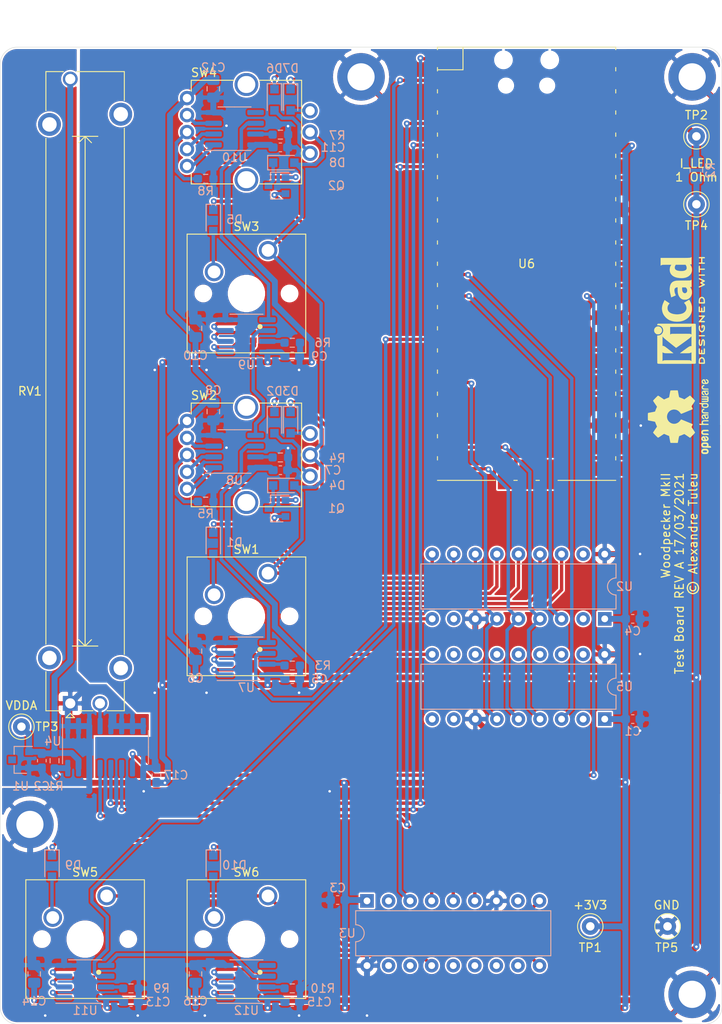
<source format=kicad_pcb>
(kicad_pcb (version 20171130) (host pcbnew 5.1.9-73d0e3b20d~88~ubuntu20.04.1)
  (layers (0 F.Cu signal) (31 B.Cu signal) (34 B.Paste user) (35 F.Paste user) (36 B.SilkS user) (37 F.SilkS user) (38 B.Mask user) (39 F.Mask user) (44 Edge.Cuts user))
  (net 0 "")
  (net 1 GND)
  (net 2 +3V3)
  (net 3 GND1)
  (net 4 VDDA)
  (net 5 VLED)
  (net 6 "Net-(D1-Pad2)")
  (net 7 /R4)
  (net 8 "Net-(D2-Pad2)")
  (net 9 /QA2)
  (net 10 "Net-(D3-Pad2)")
  (net 11 /QB2)
  (net 12 /CTOP)
  (net 13 "Net-(D4-Pad1)")
  (net 14 "Net-(D5-Pad2)")
  (net 15 /R2)
  (net 16 "Net-(D6-Pad2)")
  (net 17 /QA1)
  (net 18 "Net-(D7-Pad2)")
  (net 19 /QB1)
  (net 20 "Net-(D8-Pad1)")
  (net 21 "Net-(D9-Pad2)")
  (net 22 /R5)
  (net 23 "Net-(D10-Pad2)")
  (net 24 /R6)
  (net 25 /R3)
  (net 26 "Net-(Q1-Pad1)")
  (net 27 /R1)
  (net 28 "Net-(Q2-Pad1)")
  (net 29 VBUS)
  (net 30 "Net-(R3-Pad1)")
  (net 31 "Net-(R4-Pad1)")
  (net 32 "Net-(R6-Pad1)")
  (net 33 "Net-(R7-Pad1)")
  (net 34 "Net-(R9-Pad1)")
  (net 35 "Net-(R10-Pad1)")
  (net 36 /PT1)
  (net 37 "Net-(SW1-Pad4)")
  (net 38 "Net-(SW1-Pad2)")
  (net 39 "Net-(SW1-Pad1)")
  (net 40 "Net-(SW2-Pad4)")
  (net 41 "Net-(SW2-Pad2)")
  (net 42 "Net-(SW2-Pad1)")
  (net 43 "Net-(SW3-Pad4)")
  (net 44 "Net-(SW3-Pad2)")
  (net 45 "Net-(SW3-Pad1)")
  (net 46 "Net-(SW4-Pad4)")
  (net 47 "Net-(SW4-Pad2)")
  (net 48 "Net-(SW4-Pad1)")
  (net 49 "Net-(SW5-Pad4)")
  (net 50 "Net-(SW5-Pad2)")
  (net 51 "Net-(SW5-Pad1)")
  (net 52 /CBOT)
  (net 53 "Net-(SW6-Pad4)")
  (net 54 "Net-(SW6-Pad2)")
  (net 55 "Net-(SW6-Pad1)")
  (net 56 /TOP_MISO)
  (net 57 /TOP_MOSI)
  (net 58 /TOP_SCK)
  (net 59 /~CS_ROW_C)
  (net 60 /BOT_MISO)
  (net 61 /BOT_MOSI)
  (net 62 /BOT_SCK)
  (net 63 /~CS_MX_C)
  (net 64 /~CS_COL_C)
  (net 65 /TOP_C_DI)
  (net 66 /sheet60638B8E/DI)
  (net 67 /Sheet60634508/DI)
  (net 68 /Sheet60629BEB/DI)
  (net 69 /BOT_C_DI)
  (net 70 /sheet607AC642/DI)
  (net 71 /~CS_ADC_C)
  (module Symbol:OSHW-Logo2_9.8x8mm_SilkScreen (layer F.Cu) (at 145 113.5 90)
    (fp_text reference REF** hide)
    (fp_text value OSHW-Logo2_9.8x8mm_SilkScreen hide)
  )
  (module Symbol:KiCad-Logo2_5mm_SilkScreen (layer F.Cu) (at 145 101 90)
    (fp_text reference REF** hide)
    (fp_text value KiCad-Logo2_5mm_SilkScreen hide)
  )
  (module woodpecker:RPi_Pico_SMD (layer F.Cu) (at 127 95.5)
    (fp_text reference U6 (at 0 0) (layer F.SilkS))
    (fp_text value RPI_Pico)
    (pad 43 smd rect (at 2.54 23.9 90) (size 3.5 1.7) (drill (offset -0.9 0)) (layers F.Cu F.Mask))
    (pad 42 smd rect (at 0 23.9 90) (size 3.5 1.7) (drill (offset -0.9 0)) (layers F.Cu F.Mask))
    (pad 41 smd rect (at -2.54 23.9 90) (size 3.5 1.7) (drill (offset -0.9 0)) (layers F.Cu F.Mask))
    (pad "" np_thru_hole oval (at 2.425 -20.97) (size 1.5 1.5) (drill 1.5) (layers *.Cu *.Mask))
    (pad "" np_thru_hole oval (at -2.425 -20.97) (size 1.5 1.5) (drill 1.5) (layers *.Cu *.Mask))
    (pad "" np_thru_hole oval (at 2.725 -24) (size 1.8 1.8) (drill 1.8) (layers *.Cu *.Mask))
    (pad "" np_thru_hole oval (at -2.725 -24) (size 1.8 1.8) (drill 1.8) (layers *.Cu *.Mask))
    (pad 21 smd rect (at 8.89 24.13) (size 3.5 1.7) (drill (offset 0.9 0)) (layers F.Cu F.Mask))
    (pad 22 smd rect (at 8.89 21.59) (size 3.5 1.7) (drill (offset 0.9 0)) (layers F.Cu F.Mask))
    (pad 23 smd rect (at 8.89 19.05) (size 3.5 1.7) (drill (offset 0.9 0)) (layers F.Cu F.Mask) (net 1 GND))
    (pad 24 smd rect (at 8.89 16.51) (size 3.5 1.7) (drill (offset 0.9 0)) (layers F.Cu F.Mask))
    (pad 25 smd rect (at 8.89 13.97) (size 3.5 1.7) (drill (offset 0.9 0)) (layers F.Cu F.Mask))
    (pad 26 smd rect (at 8.89 11.43) (size 3.5 1.7) (drill (offset 0.9 0)) (layers F.Cu F.Mask))
    (pad 27 smd rect (at 8.89 8.89) (size 3.5 1.7) (drill (offset 0.9 0)) (layers F.Cu F.Mask))
    (pad 28 smd rect (at 8.89 6.35) (size 3.5 1.7) (drill (offset 0.9 0)) (layers F.Cu F.Mask) (net 1 GND))
    (pad 29 smd rect (at 8.89 3.81) (size 3.5 1.7) (drill (offset 0.9 0)) (layers F.Cu F.Mask) (net 71 /~CS_ADC_C))
    (pad 30 smd rect (at 8.89 1.27) (size 3.5 1.7) (drill (offset 0.9 0)) (layers F.Cu F.Mask))
    (pad 31 smd rect (at 8.89 -1.27) (size 3.5 1.7) (drill (offset 0.9 0)) (layers F.Cu F.Mask))
    (pad 32 smd rect (at 8.89 -3.81) (size 3.5 1.7) (drill (offset 0.9 0)) (layers F.Cu F.Mask))
    (pad 33 smd rect (at 8.89 -6.35) (size 3.5 1.7) (drill (offset 0.9 0)) (layers F.Cu F.Mask) (net 1 GND))
    (pad 34 smd rect (at 8.89 -8.89) (size 3.5 1.7) (drill (offset 0.9 0)) (layers F.Cu F.Mask))
    (pad 35 smd rect (at 8.89 -11.43) (size 3.5 1.7) (drill (offset 0.9 0)) (layers F.Cu F.Mask))
    (pad 36 smd rect (at 8.89 -13.97) (size 3.5 1.7) (drill (offset 0.9 0)) (layers F.Cu F.Mask) (net 2 +3V3))
    (pad 37 smd rect (at 8.89 -16.51) (size 3.5 1.7) (drill (offset 0.9 0)) (layers F.Cu F.Mask))
    (pad 38 smd rect (at 8.89 -19.05) (size 3.5 1.7) (drill (offset 0.9 0)) (layers F.Cu F.Mask) (net 1 GND))
    (pad 39 smd rect (at 8.89 -21.59) (size 3.5 1.7) (drill (offset 0.9 0)) (layers F.Cu F.Mask))
    (pad 40 smd rect (at 8.89 -24.13) (size 3.5 1.7) (drill (offset 0.9 0)) (layers F.Cu F.Mask) (net 29 VBUS))
    (pad 20 smd rect (at -8.89 24.13) (size 3.5 1.7) (drill (offset -0.9 0)) (layers F.Cu F.Mask) (net 57 /TOP_MOSI))
    (pad 19 smd rect (at -8.89 21.59) (size 3.5 1.7) (drill (offset -0.9 0)) (layers F.Cu F.Mask) (net 58 /TOP_SCK))
    (pad 18 smd rect (at -8.89 19.05) (size 3.5 1.7) (drill (offset -0.9 0)) (layers F.Cu F.Mask) (net 1 GND))
    (pad 17 smd rect (at -8.89 16.51) (size 3.5 1.7) (drill (offset -0.9 0)) (layers F.Cu F.Mask))
    (pad 16 smd rect (at -8.89 13.97) (size 3.5 1.7) (drill (offset -0.9 0)) (layers F.Cu F.Mask) (net 56 /TOP_MISO))
    (pad 15 smd rect (at -8.89 11.43) (size 3.5 1.7) (drill (offset -0.9 0)) (layers F.Cu F.Mask))
    (pad 14 smd rect (at -8.89 8.89) (size 3.5 1.7) (drill (offset -0.9 0)) (layers F.Cu F.Mask) (net 65 /TOP_C_DI))
    (pad 13 smd rect (at -8.89 6.35) (size 3.5 1.7) (drill (offset -0.9 0)) (layers F.Cu F.Mask) (net 1 GND))
    (pad 12 smd rect (at -8.89 3.81) (size 3.5 1.7) (drill (offset -0.9 0)) (layers F.Cu F.Mask) (net 59 /~CS_ROW_C))
    (pad 11 smd rect (at -8.89 1.27) (size 3.5 1.7) (drill (offset -0.9 0)) (layers F.Cu F.Mask) (net 64 /~CS_COL_C))
    (pad 10 smd rect (at -8.89 -1.27) (size 3.5 1.7) (drill (offset -0.9 0)) (layers F.Cu F.Mask))
    (pad 9 smd rect (at -8.89 -3.81) (size 3.5 1.7) (drill (offset -0.9 0)) (layers F.Cu F.Mask))
    (pad 8 smd rect (at -8.89 -6.35) (size 3.5 1.7) (drill (offset -0.9 0)) (layers F.Cu F.Mask) (net 1 GND))
    (pad 7 smd rect (at -8.89 -8.89) (size 3.5 1.7) (drill (offset -0.9 0)) (layers F.Cu F.Mask))
    (pad 6 smd rect (at -8.89 -11.43) (size 3.5 1.7) (drill (offset -0.9 0)) (layers F.Cu F.Mask) (net 63 /~CS_MX_C))
    (pad 5 smd rect (at -8.89 -13.97) (size 3.5 1.7) (drill (offset -0.9 0)) (layers F.Cu F.Mask) (net 61 /BOT_MOSI))
    (pad 4 smd rect (at -8.89 -16.51) (size 3.5 1.7) (drill (offset -0.9 0)) (layers F.Cu F.Mask) (net 62 /BOT_SCK))
    (pad 3 smd rect (at -8.89 -19.05) (size 3.5 1.7) (drill (offset -0.9 0)) (layers F.Cu F.Mask) (net 1 GND))
    (pad 2 smd rect (at -8.89 -21.59) (size 3.5 1.7) (drill (offset -0.9 0)) (layers F.Cu F.Mask) (net 69 /BOT_C_DI))
    (pad 1 smd rect (at -8.89 -24.13) (size 3.5 1.7) (drill (offset -0.9 0)) (layers F.Cu F.Mask) (net 60 /BOT_MISO))
  )
  (module woodpecker:jumper_0_4 (layer B.Cu) (at 75.5 157.1 270)
    (fp_text reference JP1 hide)
    (fp_text value Jumper hide)
    (fp_line (start 0.45 0) (end -0.45 0) (layer B.Cu) (width 0.7))
    (pad 2 smd circle (at 0.45 0 270) (size 0.7 0.7) (layers B.Cu) (net 1 GND))
    (pad 1 smd circle (at -0.45 0 270) (size 0.7 0.7) (layers B.Cu) (net 3 GND1))
  )
  (module Package_DIP:DIP-18_W7.62mm (layer B.Cu) (at 136.2 137.3 90)
    (fp_text reference U2 (at 3.81 2.33) (layer B.SilkS) (effects (justify mirror)))
    (fp_text value MCP23S09-xP)
    (pad 18 thru_hole oval (at 7.62 0 90) (size 1.6 1.6) (drill 0.8) (layers *.Cu *.Mask) (net 1 GND))
    (pad 9 thru_hole oval (at 0 -20.32 90) (size 1.6 1.6) (drill 0.8) (layers *.Cu *.Mask) (net 7 /R4))
    (pad 17 thru_hole oval (at 7.62 -2.54 90) (size 1.6 1.6) (drill 0.8) (layers *.Cu *.Mask))
    (pad 8 thru_hole oval (at 0 -17.78 90) (size 1.6 1.6) (drill 0.8) (layers *.Cu *.Mask))
    (pad 16 thru_hole oval (at 7.62 -5.08 90) (size 1.6 1.6) (drill 0.8) (layers *.Cu *.Mask) (net 25 /R3))
    (pad 7 thru_hole oval (at 0 -15.24 90) (size 1.6 1.6) (drill 0.8) (layers *.Cu *.Mask) (net 1 GND))
    (pad 15 thru_hole oval (at 7.62 -7.62 90) (size 1.6 1.6) (drill 0.8) (layers *.Cu *.Mask) (net 11 /QB2))
    (pad 6 thru_hole oval (at 0 -12.7 90) (size 1.6 1.6) (drill 0.8) (layers *.Cu *.Mask) (net 56 /TOP_MISO))
    (pad 14 thru_hole oval (at 7.62 -10.16 90) (size 1.6 1.6) (drill 0.8) (layers *.Cu *.Mask) (net 9 /QA2))
    (pad 5 thru_hole oval (at 0 -10.16 90) (size 1.6 1.6) (drill 0.8) (layers *.Cu *.Mask) (net 57 /TOP_MOSI))
    (pad 13 thru_hole oval (at 7.62 -12.7 90) (size 1.6 1.6) (drill 0.8) (layers *.Cu *.Mask) (net 15 /R2))
    (pad 4 thru_hole oval (at 0 -7.62 90) (size 1.6 1.6) (drill 0.8) (layers *.Cu *.Mask) (net 58 /TOP_SCK))
    (pad 12 thru_hole oval (at 7.62 -15.24 90) (size 1.6 1.6) (drill 0.8) (layers *.Cu *.Mask) (net 27 /R1))
    (pad 3 thru_hole oval (at 0 -5.08 90) (size 1.6 1.6) (drill 0.8) (layers *.Cu *.Mask) (net 59 /~CS_ROW_C))
    (pad 11 thru_hole oval (at 7.62 -17.78 90) (size 1.6 1.6) (drill 0.8) (layers *.Cu *.Mask) (net 19 /QB1))
    (pad 2 thru_hole oval (at 0 -2.54 90) (size 1.6 1.6) (drill 0.8) (layers *.Cu *.Mask))
    (pad 10 thru_hole oval (at 7.62 -20.32 90) (size 1.6 1.6) (drill 0.8) (layers *.Cu *.Mask) (net 17 /QA1))
    (pad 1 thru_hole rect (at 0 0 90) (size 1.6 1.6) (drill 0.8) (layers *.Cu *.Mask) (net 2 +3V3))
  )
  (module MountingHole:MountingHole_3.2mm_M3_DIN965_Pad (layer F.Cu) (at 68.5 161.5)
    (fp_text reference REF** hide)
    (fp_text value MountingHole_3.2mm_M3_DIN965_Pad)
    (pad 1 thru_hole circle (at 0 0) (size 5.6 5.6) (drill 3.2) (layers *.Cu *.Mask) (net 1 GND))
  )
  (module MountingHole:MountingHole_3.2mm_M3_DIN965_Pad (layer F.Cu) (at 107.5 73.5)
    (fp_text reference REF** hide)
    (fp_text value MountingHole_3.2mm_M3_DIN965_Pad)
    (pad 1 thru_hole circle (at 0 0) (size 5.6 5.6) (drill 3.2) (layers *.Cu *.Mask) (net 1 GND))
  )
  (module MountingHole:MountingHole_3.2mm_M3_DIN965_Pad (layer F.Cu) (at 146.5 181.5)
    (fp_text reference REF** hide)
    (fp_text value MountingHole_3.2mm_M3_DIN965_Pad)
    (pad 1 thru_hole circle (at 0 0) (size 5.6 5.6) (drill 3.2) (layers *.Cu *.Mask) (net 1 GND))
  )
  (module MountingHole:MountingHole_3.2mm_M3_DIN965_Pad (layer F.Cu) (at 146.5 73.5)
    (fp_text reference REF** hide)
    (fp_text value MountingHole_3.2mm_M3_DIN965_Pad)
    (pad 1 thru_hole circle (at 0 0) (size 5.6 5.6) (drill 3.2) (layers *.Cu *.Mask) (net 1 GND))
  )
  (module Capacitor_SMD:C_0603_1608Metric_Pad1.08x0.95mm_HandSolder (layer B.Cu) (at 83.4 155.7 90)
    (fp_text reference C17 (at 0 2.3 180) (layer B.SilkS) (effects (justify mirror)))
    (fp_text value 100nF)
    (pad 2 smd roundrect (at 0.8625 0 90) (size 1.075 0.95) (layers B.Cu B.Paste B.Mask) (net 1 GND))
    (pad 1 smd roundrect (at -0.8625 0 90) (size 1.075 0.95) (layers B.Cu B.Paste B.Mask) (net 2 +3V3))
  )
  (module Package_SO:SOIC-8_3.9x4.9mm_P1.27mm (layer B.Cu) (at 94 180)
    (fp_text reference U12 (at 0 3.4) (layer B.SilkS) (effects (justify mirror)))
    (fp_text value TLC5973)
    (pad 8 smd roundrect (at 2.475 1.905) (size 1.95 0.6) (layers B.Cu B.Paste B.Mask) (net 2 +3V3))
    (pad 7 smd roundrect (at 2.475 0.635) (size 1.95 0.6) (layers B.Cu B.Paste B.Mask) (net 35 "Net-(R10-Pad1)"))
    (pad 6 smd roundrect (at 2.475 -0.635) (size 1.95 0.6) (layers B.Cu B.Paste B.Mask) (net 70 /sheet607AC642/DI))
    (pad 5 smd roundrect (at 2.475 -1.905) (size 1.95 0.6) (layers B.Cu B.Paste B.Mask))
    (pad 4 smd roundrect (at -2.475 -1.905) (size 1.95 0.6) (layers B.Cu B.Paste B.Mask) (net 1 GND))
    (pad 3 smd roundrect (at -2.475 -0.635) (size 1.95 0.6) (layers B.Cu B.Paste B.Mask) (net 55 "Net-(SW6-Pad1)"))
    (pad 2 smd roundrect (at -2.475 0.635) (size 1.95 0.6) (layers B.Cu B.Paste B.Mask) (net 54 "Net-(SW6-Pad2)"))
    (pad 1 smd roundrect (at -2.475 1.905) (size 1.95 0.6) (layers B.Cu B.Paste B.Mask) (net 53 "Net-(SW6-Pad4)"))
  )
  (module Package_SO:SOIC-8_3.9x4.9mm_P1.27mm (layer B.Cu) (at 75 180)
    (fp_text reference U11 (at 0 3.4) (layer B.SilkS) (effects (justify mirror)))
    (fp_text value TLC5973)
    (pad 8 smd roundrect (at 2.475 1.905) (size 1.95 0.6) (layers B.Cu B.Paste B.Mask) (net 2 +3V3))
    (pad 7 smd roundrect (at 2.475 0.635) (size 1.95 0.6) (layers B.Cu B.Paste B.Mask) (net 34 "Net-(R9-Pad1)"))
    (pad 6 smd roundrect (at 2.475 -0.635) (size 1.95 0.6) (layers B.Cu B.Paste B.Mask) (net 69 /BOT_C_DI))
    (pad 5 smd roundrect (at 2.475 -1.905) (size 1.95 0.6) (layers B.Cu B.Paste B.Mask) (net 70 /sheet607AC642/DI))
    (pad 4 smd roundrect (at -2.475 -1.905) (size 1.95 0.6) (layers B.Cu B.Paste B.Mask) (net 1 GND))
    (pad 3 smd roundrect (at -2.475 -0.635) (size 1.95 0.6) (layers B.Cu B.Paste B.Mask) (net 51 "Net-(SW5-Pad1)"))
    (pad 2 smd roundrect (at -2.475 0.635) (size 1.95 0.6) (layers B.Cu B.Paste B.Mask) (net 50 "Net-(SW5-Pad2)"))
    (pad 1 smd roundrect (at -2.475 1.905) (size 1.95 0.6) (layers B.Cu B.Paste B.Mask) (net 49 "Net-(SW5-Pad4)"))
  )
  (module Package_SO:SOIC-8_3.9x4.9mm_P1.27mm (layer B.Cu) (at 92.6 79.6)
    (fp_text reference U10 (at 0 3.4) (layer B.SilkS) (effects (justify mirror)))
    (fp_text value TLC5973)
    (pad 8 smd roundrect (at 2.475 1.905) (size 1.95 0.6) (layers B.Cu B.Paste B.Mask) (net 2 +3V3))
    (pad 7 smd roundrect (at 2.475 0.635) (size 1.95 0.6) (layers B.Cu B.Paste B.Mask) (net 33 "Net-(R7-Pad1)"))
    (pad 6 smd roundrect (at 2.475 -0.635) (size 1.95 0.6) (layers B.Cu B.Paste B.Mask) (net 68 /Sheet60629BEB/DI))
    (pad 5 smd roundrect (at 2.475 -1.905) (size 1.95 0.6) (layers B.Cu B.Paste B.Mask))
    (pad 4 smd roundrect (at -2.475 -1.905) (size 1.95 0.6) (layers B.Cu B.Paste B.Mask) (net 1 GND))
    (pad 3 smd roundrect (at -2.475 -0.635) (size 1.95 0.6) (layers B.Cu B.Paste B.Mask) (net 46 "Net-(SW4-Pad4)"))
    (pad 2 smd roundrect (at -2.475 0.635) (size 1.95 0.6) (layers B.Cu B.Paste B.Mask) (net 47 "Net-(SW4-Pad2)"))
    (pad 1 smd roundrect (at -2.475 1.905) (size 1.95 0.6) (layers B.Cu B.Paste B.Mask) (net 48 "Net-(SW4-Pad1)"))
  )
  (module Package_SO:SOIC-8_3.9x4.9mm_P1.27mm (layer B.Cu) (at 94 104)
    (fp_text reference U9 (at 0 3.4) (layer B.SilkS) (effects (justify mirror)))
    (fp_text value TLC5973)
    (pad 8 smd roundrect (at 2.475 1.905) (size 1.95 0.6) (layers B.Cu B.Paste B.Mask) (net 2 +3V3))
    (pad 7 smd roundrect (at 2.475 0.635) (size 1.95 0.6) (layers B.Cu B.Paste B.Mask) (net 32 "Net-(R6-Pad1)"))
    (pad 6 smd roundrect (at 2.475 -0.635) (size 1.95 0.6) (layers B.Cu B.Paste B.Mask) (net 67 /Sheet60634508/DI))
    (pad 5 smd roundrect (at 2.475 -1.905) (size 1.95 0.6) (layers B.Cu B.Paste B.Mask) (net 68 /Sheet60629BEB/DI))
    (pad 4 smd roundrect (at -2.475 -1.905) (size 1.95 0.6) (layers B.Cu B.Paste B.Mask) (net 1 GND))
    (pad 3 smd roundrect (at -2.475 -0.635) (size 1.95 0.6) (layers B.Cu B.Paste B.Mask) (net 45 "Net-(SW3-Pad1)"))
    (pad 2 smd roundrect (at -2.475 0.635) (size 1.95 0.6) (layers B.Cu B.Paste B.Mask) (net 44 "Net-(SW3-Pad2)"))
    (pad 1 smd roundrect (at -2.475 1.905) (size 1.95 0.6) (layers B.Cu B.Paste B.Mask) (net 43 "Net-(SW3-Pad4)"))
  )
  (module Package_SO:SOIC-8_3.9x4.9mm_P1.27mm (layer B.Cu) (at 92.6 117.6)
    (fp_text reference U8 (at 0 3.4) (layer B.SilkS) (effects (justify mirror)))
    (fp_text value TLC5973)
    (pad 8 smd roundrect (at 2.475 1.905) (size 1.95 0.6) (layers B.Cu B.Paste B.Mask) (net 2 +3V3))
    (pad 7 smd roundrect (at 2.475 0.635) (size 1.95 0.6) (layers B.Cu B.Paste B.Mask) (net 31 "Net-(R4-Pad1)"))
    (pad 6 smd roundrect (at 2.475 -0.635) (size 1.95 0.6) (layers B.Cu B.Paste B.Mask) (net 66 /sheet60638B8E/DI))
    (pad 5 smd roundrect (at 2.475 -1.905) (size 1.95 0.6) (layers B.Cu B.Paste B.Mask) (net 67 /Sheet60634508/DI))
    (pad 4 smd roundrect (at -2.475 -1.905) (size 1.95 0.6) (layers B.Cu B.Paste B.Mask) (net 1 GND))
    (pad 3 smd roundrect (at -2.475 -0.635) (size 1.95 0.6) (layers B.Cu B.Paste B.Mask) (net 40 "Net-(SW2-Pad4)"))
    (pad 2 smd roundrect (at -2.475 0.635) (size 1.95 0.6) (layers B.Cu B.Paste B.Mask) (net 41 "Net-(SW2-Pad2)"))
    (pad 1 smd roundrect (at -2.475 1.905) (size 1.95 0.6) (layers B.Cu B.Paste B.Mask) (net 42 "Net-(SW2-Pad1)"))
  )
  (module Package_SO:SOIC-8_3.9x4.9mm_P1.27mm (layer B.Cu) (at 94 142)
    (fp_text reference U7 (at 0 3.4) (layer B.SilkS) (effects (justify mirror)))
    (fp_text value TLC5973)
    (pad 8 smd roundrect (at 2.475 1.905) (size 1.95 0.6) (layers B.Cu B.Paste B.Mask) (net 2 +3V3))
    (pad 7 smd roundrect (at 2.475 0.635) (size 1.95 0.6) (layers B.Cu B.Paste B.Mask) (net 30 "Net-(R3-Pad1)"))
    (pad 6 smd roundrect (at 2.475 -0.635) (size 1.95 0.6) (layers B.Cu B.Paste B.Mask) (net 65 /TOP_C_DI))
    (pad 5 smd roundrect (at 2.475 -1.905) (size 1.95 0.6) (layers B.Cu B.Paste B.Mask) (net 66 /sheet60638B8E/DI))
    (pad 4 smd roundrect (at -2.475 -1.905) (size 1.95 0.6) (layers B.Cu B.Paste B.Mask) (net 1 GND))
    (pad 3 smd roundrect (at -2.475 -0.635) (size 1.95 0.6) (layers B.Cu B.Paste B.Mask) (net 39 "Net-(SW1-Pad1)"))
    (pad 2 smd roundrect (at -2.475 0.635) (size 1.95 0.6) (layers B.Cu B.Paste B.Mask) (net 38 "Net-(SW1-Pad2)"))
    (pad 1 smd roundrect (at -2.475 1.905) (size 1.95 0.6) (layers B.Cu B.Paste B.Mask) (net 37 "Net-(SW1-Pad4)"))
  )
  (module Package_DIP:DIP-18_W7.62mm (layer B.Cu) (at 136.2 149.1 90)
    (fp_text reference U5 (at 3.81 2.33) (layer B.SilkS) (effects (justify mirror)))
    (fp_text value MCP23S09-xP)
    (pad 18 thru_hole oval (at 7.62 0 90) (size 1.6 1.6) (drill 0.8) (layers *.Cu *.Mask) (net 1 GND))
    (pad 9 thru_hole oval (at 0 -20.32 90) (size 1.6 1.6) (drill 0.8) (layers *.Cu *.Mask))
    (pad 17 thru_hole oval (at 7.62 -2.54 90) (size 1.6 1.6) (drill 0.8) (layers *.Cu *.Mask))
    (pad 8 thru_hole oval (at 0 -17.78 90) (size 1.6 1.6) (drill 0.8) (layers *.Cu *.Mask))
    (pad 16 thru_hole oval (at 7.62 -5.08 90) (size 1.6 1.6) (drill 0.8) (layers *.Cu *.Mask))
    (pad 7 thru_hole oval (at 0 -15.24 90) (size 1.6 1.6) (drill 0.8) (layers *.Cu *.Mask) (net 1 GND))
    (pad 15 thru_hole oval (at 7.62 -7.62 90) (size 1.6 1.6) (drill 0.8) (layers *.Cu *.Mask))
    (pad 6 thru_hole oval (at 0 -12.7 90) (size 1.6 1.6) (drill 0.8) (layers *.Cu *.Mask) (net 56 /TOP_MISO))
    (pad 14 thru_hole oval (at 7.62 -10.16 90) (size 1.6 1.6) (drill 0.8) (layers *.Cu *.Mask))
    (pad 5 thru_hole oval (at 0 -10.16 90) (size 1.6 1.6) (drill 0.8) (layers *.Cu *.Mask) (net 57 /TOP_MOSI))
    (pad 13 thru_hole oval (at 7.62 -12.7 90) (size 1.6 1.6) (drill 0.8) (layers *.Cu *.Mask))
    (pad 4 thru_hole oval (at 0 -7.62 90) (size 1.6 1.6) (drill 0.8) (layers *.Cu *.Mask) (net 58 /TOP_SCK))
    (pad 12 thru_hole oval (at 7.62 -15.24 90) (size 1.6 1.6) (drill 0.8) (layers *.Cu *.Mask))
    (pad 3 thru_hole oval (at 0 -5.08 90) (size 1.6 1.6) (drill 0.8) (layers *.Cu *.Mask) (net 64 /~CS_COL_C))
    (pad 11 thru_hole oval (at 7.62 -17.78 90) (size 1.6 1.6) (drill 0.8) (layers *.Cu *.Mask))
    (pad 2 thru_hole oval (at 0 -2.54 90) (size 1.6 1.6) (drill 0.8) (layers *.Cu *.Mask))
    (pad 10 thru_hole oval (at 7.62 -20.32 90) (size 1.6 1.6) (drill 0.8) (layers *.Cu *.Mask) (net 12 /CTOP))
    (pad 1 thru_hole rect (at 0 0 90) (size 1.6 1.6) (drill 0.8) (layers *.Cu *.Mask) (net 2 +3V3))
  )
  (module Package_SO:SOIC-16_3.9x9.9mm_P1.27mm (layer B.Cu) (at 77.4 152.4 270)
    (fp_text reference U4 (at -0.7 6.2 180) (layer B.SilkS) (effects (justify mirror)))
    (fp_text value MCP3008)
    (pad 16 smd roundrect (at 2.475 4.445 270) (size 1.95 0.6) (layers B.Cu B.Paste B.Mask) (net 2 +3V3))
    (pad 15 smd roundrect (at 2.475 3.175 270) (size 1.95 0.6) (layers B.Cu B.Paste B.Mask) (net 4 VDDA))
    (pad 14 smd roundrect (at 2.475 1.905 270) (size 1.95 0.6) (layers B.Cu B.Paste B.Mask) (net 3 GND1))
    (pad 13 smd roundrect (at 2.475 0.635 270) (size 1.95 0.6) (layers B.Cu B.Paste B.Mask) (net 62 /BOT_SCK))
    (pad 12 smd roundrect (at 2.475 -0.635 270) (size 1.95 0.6) (layers B.Cu B.Paste B.Mask) (net 60 /BOT_MISO))
    (pad 11 smd roundrect (at 2.475 -1.905 270) (size 1.95 0.6) (layers B.Cu B.Paste B.Mask) (net 61 /BOT_MOSI))
    (pad 10 smd roundrect (at 2.475 -3.175 270) (size 1.95 0.6) (layers B.Cu B.Paste B.Mask) (net 71 /~CS_ADC_C))
    (pad 9 smd roundrect (at 2.475 -4.445 270) (size 1.95 0.6) (layers B.Cu B.Paste B.Mask) (net 1 GND))
    (pad 8 smd roundrect (at -2.475 -4.445 270) (size 1.95 0.6) (layers B.Cu B.Paste B.Mask) (net 3 GND1))
    (pad 7 smd roundrect (at -2.475 -3.175 270) (size 1.95 0.6) (layers B.Cu B.Paste B.Mask) (net 3 GND1))
    (pad 6 smd roundrect (at -2.475 -1.905 270) (size 1.95 0.6) (layers B.Cu B.Paste B.Mask) (net 3 GND1))
    (pad 5 smd roundrect (at -2.475 -0.635 270) (size 1.95 0.6) (layers B.Cu B.Paste B.Mask) (net 3 GND1))
    (pad 4 smd roundrect (at -2.475 0.635 270) (size 1.95 0.6) (layers B.Cu B.Paste B.Mask) (net 36 /PT1))
    (pad 3 smd roundrect (at -2.475 1.905 270) (size 1.95 0.6) (layers B.Cu B.Paste B.Mask) (net 3 GND1))
    (pad 2 smd roundrect (at -2.475 3.175 270) (size 1.95 0.6) (layers B.Cu B.Paste B.Mask) (net 3 GND1))
    (pad 1 smd roundrect (at -2.475 4.445 270) (size 1.95 0.6) (layers B.Cu B.Paste B.Mask) (net 3 GND1))
  )
  (module Package_DIP:DIP-18_W7.62mm (layer B.Cu) (at 108.2 170.5 270)
    (fp_text reference U3 (at 3.81 2.33) (layer B.SilkS) (effects (justify mirror)))
    (fp_text value MCP23S09-xP)
    (pad 18 thru_hole oval (at 7.62 0 270) (size 1.6 1.6) (drill 0.8) (layers *.Cu *.Mask) (net 1 GND))
    (pad 9 thru_hole oval (at 0 -20.32 270) (size 1.6 1.6) (drill 0.8) (layers *.Cu *.Mask) (net 22 /R5))
    (pad 17 thru_hole oval (at 7.62 -2.54 270) (size 1.6 1.6) (drill 0.8) (layers *.Cu *.Mask))
    (pad 8 thru_hole oval (at 0 -17.78 270) (size 1.6 1.6) (drill 0.8) (layers *.Cu *.Mask))
    (pad 16 thru_hole oval (at 7.62 -5.08 270) (size 1.6 1.6) (drill 0.8) (layers *.Cu *.Mask))
    (pad 7 thru_hole oval (at 0 -15.24 270) (size 1.6 1.6) (drill 0.8) (layers *.Cu *.Mask) (net 1 GND))
    (pad 15 thru_hole oval (at 7.62 -7.62 270) (size 1.6 1.6) (drill 0.8) (layers *.Cu *.Mask) (net 52 /CBOT))
    (pad 6 thru_hole oval (at 0 -12.7 270) (size 1.6 1.6) (drill 0.8) (layers *.Cu *.Mask) (net 60 /BOT_MISO))
    (pad 14 thru_hole oval (at 7.62 -10.16 270) (size 1.6 1.6) (drill 0.8) (layers *.Cu *.Mask))
    (pad 5 thru_hole oval (at 0 -10.16 270) (size 1.6 1.6) (drill 0.8) (layers *.Cu *.Mask) (net 61 /BOT_MOSI))
    (pad 13 thru_hole oval (at 7.62 -12.7 270) (size 1.6 1.6) (drill 0.8) (layers *.Cu *.Mask))
    (pad 4 thru_hole oval (at 0 -7.62 270) (size 1.6 1.6) (drill 0.8) (layers *.Cu *.Mask) (net 62 /BOT_SCK))
    (pad 12 thru_hole oval (at 7.62 -15.24 270) (size 1.6 1.6) (drill 0.8) (layers *.Cu *.Mask))
    (pad 3 thru_hole oval (at 0 -5.08 270) (size 1.6 1.6) (drill 0.8) (layers *.Cu *.Mask) (net 63 /~CS_MX_C))
    (pad 11 thru_hole oval (at 7.62 -17.78 270) (size 1.6 1.6) (drill 0.8) (layers *.Cu *.Mask))
    (pad 2 thru_hole oval (at 0 -2.54 270) (size 1.6 1.6) (drill 0.8) (layers *.Cu *.Mask))
    (pad 10 thru_hole oval (at 7.62 -20.32 270) (size 1.6 1.6) (drill 0.8) (layers *.Cu *.Mask) (net 24 /R6))
    (pad 1 thru_hole rect (at 0 0 270) (size 1.6 1.6) (drill 0.8) (layers *.Cu *.Mask) (net 2 +3V3))
  )
  (module Package_TO_SOT_SMD:SOT-23 (layer B.Cu) (at 67.4 153.9 180)
    (fp_text reference U1 (at 0 -3.1) (layer B.SilkS) (effects (justify mirror)))
    (fp_text value LM4040DBZ-3)
    (pad 3 smd rect (at 1 0 180) (size 0.9 0.8) (layers B.Cu B.Paste B.Mask))
    (pad 2 smd rect (at -1 -0.95 180) (size 0.9 0.8) (layers B.Cu B.Paste B.Mask) (net 3 GND1))
    (pad 1 smd rect (at -1 0.95 180) (size 0.9 0.8) (layers B.Cu B.Paste B.Mask) (net 4 VDDA))
  )
  (module TestPoint:TestPoint_Loop_D2.50mm_Drill1.0mm_LowProfile (layer F.Cu) (at 143.6 173.5)
    (fp_text reference TP5 (at -0.1 2.5) (layer F.SilkS))
    (fp_text value GND)
    (pad 1 thru_hole circle (at 0 0) (size 2 2) (drill 1) (layers *.Cu *.Mask) (net 1 GND))
  )
  (module TestPoint:TestPoint_Loop_D2.50mm_Drill1.0mm_LowProfile (layer F.Cu) (at 147 88.5)
    (fp_text reference TP4 (at 0 2.5) (layer F.SilkS))
    (fp_text value VLED)
    (pad 1 thru_hole circle (at 0 0) (size 2 2) (drill 1) (layers *.Cu *.Mask) (net 5 VLED))
  )
  (module TestPoint:TestPoint_Loop_D2.50mm_Drill1.0mm_LowProfile (layer F.Cu) (at 67.5 150)
    (fp_text reference TP3 (at 3 0) (layer F.SilkS))
    (fp_text value VDDA)
    (pad 1 thru_hole circle (at 0 0) (size 2 2) (drill 1) (layers *.Cu *.Mask) (net 4 VDDA))
  )
  (module TestPoint:TestPoint_Loop_D2.50mm_Drill1.0mm_LowProfile (layer F.Cu) (at 147 80.5)
    (fp_text reference TP2 (at 0 -2.5) (layer F.SilkS))
    (fp_text value VBUS)
    (pad 1 thru_hole circle (at 0 0) (size 2 2) (drill 1) (layers *.Cu *.Mask) (net 29 VBUS))
  )
  (module TestPoint:TestPoint_Loop_D2.50mm_Drill1.0mm_LowProfile (layer F.Cu) (at 134.5 173.5)
    (fp_text reference TP1 (at 0 2.5) (layer F.SilkS))
    (fp_text value 3V3)
    (pad 1 thru_hole circle (at 0 0) (size 2 2) (drill 1) (layers *.Cu *.Mask) (net 2 +3V3))
  )
  (module woodpecker:SW_Cherry_MX_1.00u_PCB_SMD_LED (layer F.Cu) (at 94 175)
    (fp_text reference SW6 (at 0 -7.874) (layer F.SilkS))
    (fp_text value Cherry_MX_LED)
    (pad 4 smd rect (at -0.8 5.5) (size 0.8 0.65) (layers F.Cu F.Paste F.Mask) (net 53 "Net-(SW6-Pad4)"))
    (pad 3 smd rect (at 0.8 5.5) (size 0.8 0.65) (layers F.Cu F.Paste F.Mask) (net 5 VLED))
    (pad 2 smd rect (at -0.8 4.6) (size 0.8 0.65) (layers F.Cu F.Paste F.Mask) (net 54 "Net-(SW6-Pad2)"))
    (pad 1 smd roundrect (at 0.8 4.6) (size 0.8 0.65) (layers F.Cu F.Paste F.Mask) (net 55 "Net-(SW6-Pad1)"))
    (pad "" np_thru_hole circle (at 5.08 0) (size 1.7 1.7) (drill 1.7) (layers *.Cu *.Mask))
    (pad "" np_thru_hole circle (at -5.08 0) (size 1.7 1.7) (drill 1.7) (layers *.Cu *.Mask))
    (pad "" np_thru_hole circle (at 0 0) (size 4 4) (drill 4) (layers *.Cu *.Mask))
    (pad 6 thru_hole circle (at -3.81 -2.54) (size 2.2 2.2) (drill 1.5) (layers *.Cu *.Mask) (net 23 "Net-(D10-Pad2)"))
    (pad 5 thru_hole circle (at 2.54 -5.08) (size 2.2 2.2) (drill 1.5) (layers *.Cu *.Mask) (net 52 /CBOT))
  )
  (module woodpecker:SW_Cherry_MX_1.00u_PCB_SMD_LED (layer F.Cu) (at 75 175)
    (fp_text reference SW5 (at 0 -7.874) (layer F.SilkS))
    (fp_text value Cherry_MX_LED)
    (pad 4 smd rect (at -0.8 5.5) (size 0.8 0.65) (layers F.Cu F.Paste F.Mask) (net 49 "Net-(SW5-Pad4)"))
    (pad 3 smd rect (at 0.8 5.5) (size 0.8 0.65) (layers F.Cu F.Paste F.Mask) (net 5 VLED))
    (pad 2 smd rect (at -0.8 4.6) (size 0.8 0.65) (layers F.Cu F.Paste F.Mask) (net 50 "Net-(SW5-Pad2)"))
    (pad 1 smd roundrect (at 0.8 4.6) (size 0.8 0.65) (layers F.Cu F.Paste F.Mask) (net 51 "Net-(SW5-Pad1)"))
    (pad "" np_thru_hole circle (at 5.08 0) (size 1.7 1.7) (drill 1.7) (layers *.Cu *.Mask))
    (pad "" np_thru_hole circle (at -5.08 0) (size 1.7 1.7) (drill 1.7) (layers *.Cu *.Mask))
    (pad "" np_thru_hole circle (at 0 0) (size 4 4) (drill 4) (layers *.Cu *.Mask))
    (pad 6 thru_hole circle (at -3.81 -2.54) (size 2.2 2.2) (drill 1.5) (layers *.Cu *.Mask) (net 21 "Net-(D9-Pad2)"))
    (pad 5 thru_hole circle (at 2.54 -5.08) (size 2.2 2.2) (drill 1.5) (layers *.Cu *.Mask) (net 52 /CBOT))
  )
  (module woodpecker:PEL12T-4xxxS-S1024 (layer F.Cu) (at 94 80 90)
    (fp_text reference SW4 (at 7 -5) (layer F.SilkS))
    (fp_text value PEL12T)
    (pad "" np_thru_hole oval (at 5.6 0 90) (size 2.7 2.8) (drill oval 2 2.1) (layers *.Cu *.Mask))
    (pad 5 thru_hole circle (at 4 -7 90) (size 1.7 1.7) (drill 1) (layers *.Cu *.Mask) (net 5 VLED))
    (pad 4 thru_hole circle (at 2 -7 90) (size 1.7 1.7) (drill 1) (layers *.Cu *.Mask) (net 46 "Net-(SW4-Pad4)"))
    (pad 3 thru_hole circle (at 0 -7 90) (size 1.7 1.7) (drill 1) (layers *.Cu *.Mask) (net 28 "Net-(Q2-Pad1)"))
    (pad 2 thru_hole circle (at -2 -7 90) (size 1.7 1.7) (drill 1) (layers *.Cu *.Mask) (net 47 "Net-(SW4-Pad2)"))
    (pad "" np_thru_hole oval (at -5.6 0 90) (size 2.7 2.8) (drill oval 2 2.1) (layers *.Cu *.Mask))
    (pad B thru_hole circle (at 2.5 7.5 90) (size 1.8 1.8) (drill 1.1) (layers *.Cu *.Mask) (net 18 "Net-(D7-Pad2)"))
    (pad C thru_hole circle (at 0 7.5 90) (size 1.8 1.8) (drill 1.1) (layers *.Cu *.Mask) (net 12 /CTOP))
    (pad A thru_hole circle (at -2.5 7.5 90) (size 1.8 1.8) (drill 1.1) (layers *.Cu *.Mask) (net 16 "Net-(D6-Pad2)"))
    (pad 1 thru_hole circle (at -4 -7 90) (size 1.7 1.7) (drill 1) (layers *.Cu *.Mask) (net 48 "Net-(SW4-Pad1)"))
  )
  (module woodpecker:SW_Cherry_MX_1.00u_PCB_SMD_LED (layer F.Cu) (at 94 99)
    (fp_text reference SW3 (at 0 -7.874) (layer F.SilkS))
    (fp_text value Cherry_MX_LED)
    (pad 4 smd rect (at -0.8 5.5) (size 0.8 0.65) (layers F.Cu F.Paste F.Mask) (net 43 "Net-(SW3-Pad4)"))
    (pad 3 smd rect (at 0.8 5.5) (size 0.8 0.65) (layers F.Cu F.Paste F.Mask) (net 5 VLED))
    (pad 2 smd rect (at -0.8 4.6) (size 0.8 0.65) (layers F.Cu F.Paste F.Mask) (net 44 "Net-(SW3-Pad2)"))
    (pad 1 smd roundrect (at 0.8 4.6) (size 0.8 0.65) (layers F.Cu F.Paste F.Mask) (net 45 "Net-(SW3-Pad1)"))
    (pad "" np_thru_hole circle (at 5.08 0) (size 1.7 1.7) (drill 1.7) (layers *.Cu *.Mask))
    (pad "" np_thru_hole circle (at -5.08 0) (size 1.7 1.7) (drill 1.7) (layers *.Cu *.Mask))
    (pad "" np_thru_hole circle (at 0 0) (size 4 4) (drill 4) (layers *.Cu *.Mask))
    (pad 6 thru_hole circle (at -3.81 -2.54) (size 2.2 2.2) (drill 1.5) (layers *.Cu *.Mask) (net 14 "Net-(D5-Pad2)"))
    (pad 5 thru_hole circle (at 2.54 -5.08) (size 2.2 2.2) (drill 1.5) (layers *.Cu *.Mask) (net 12 /CTOP))
  )
  (module woodpecker:PEL12T-4xxxS-S1024 (layer F.Cu) (at 94 118 90)
    (fp_text reference SW2 (at 7 -5) (layer F.SilkS))
    (fp_text value PEL12T)
    (pad "" np_thru_hole oval (at 5.6 0 90) (size 2.7 2.8) (drill oval 2 2.1) (layers *.Cu *.Mask))
    (pad 5 thru_hole circle (at 4 -7 90) (size 1.7 1.7) (drill 1) (layers *.Cu *.Mask) (net 5 VLED))
    (pad 4 thru_hole circle (at 2 -7 90) (size 1.7 1.7) (drill 1) (layers *.Cu *.Mask) (net 40 "Net-(SW2-Pad4)"))
    (pad 3 thru_hole circle (at 0 -7 90) (size 1.7 1.7) (drill 1) (layers *.Cu *.Mask) (net 26 "Net-(Q1-Pad1)"))
    (pad 2 thru_hole circle (at -2 -7 90) (size 1.7 1.7) (drill 1) (layers *.Cu *.Mask) (net 41 "Net-(SW2-Pad2)"))
    (pad "" np_thru_hole oval (at -5.6 0 90) (size 2.7 2.8) (drill oval 2 2.1) (layers *.Cu *.Mask))
    (pad B thru_hole circle (at 2.5 7.5 90) (size 1.8 1.8) (drill 1.1) (layers *.Cu *.Mask) (net 10 "Net-(D3-Pad2)"))
    (pad C thru_hole circle (at 0 7.5 90) (size 1.8 1.8) (drill 1.1) (layers *.Cu *.Mask) (net 12 /CTOP))
    (pad A thru_hole circle (at -2.5 7.5 90) (size 1.8 1.8) (drill 1.1) (layers *.Cu *.Mask) (net 8 "Net-(D2-Pad2)"))
    (pad 1 thru_hole circle (at -4 -7 90) (size 1.7 1.7) (drill 1) (layers *.Cu *.Mask) (net 42 "Net-(SW2-Pad1)"))
  )
  (module woodpecker:SW_Cherry_MX_1.00u_PCB_SMD_LED (layer F.Cu) (at 94 137)
    (fp_text reference SW1 (at 0 -7.874) (layer F.SilkS))
    (fp_text value Cherry_MX_LED)
    (pad 4 smd rect (at -0.8 5.5) (size 0.8 0.65) (layers F.Cu F.Paste F.Mask) (net 37 "Net-(SW1-Pad4)"))
    (pad 3 smd rect (at 0.8 5.5) (size 0.8 0.65) (layers F.Cu F.Paste F.Mask) (net 5 VLED))
    (pad 2 smd rect (at -0.8 4.6) (size 0.8 0.65) (layers F.Cu F.Paste F.Mask) (net 38 "Net-(SW1-Pad2)"))
    (pad 1 smd roundrect (at 0.8 4.6) (size 0.8 0.65) (layers F.Cu F.Paste F.Mask) (net 39 "Net-(SW1-Pad1)"))
    (pad "" np_thru_hole circle (at 5.08 0) (size 1.7 1.7) (drill 1.7) (layers *.Cu *.Mask))
    (pad "" np_thru_hole circle (at -5.08 0) (size 1.7 1.7) (drill 1.7) (layers *.Cu *.Mask))
    (pad "" np_thru_hole circle (at 0 0) (size 4 4) (drill 4) (layers *.Cu *.Mask))
    (pad 6 thru_hole circle (at -3.81 -2.54) (size 2.2 2.2) (drill 1.5) (layers *.Cu *.Mask) (net 6 "Net-(D1-Pad2)"))
    (pad 5 thru_hole circle (at 2.54 -5.08) (size 2.2 2.2) (drill 1.5) (layers *.Cu *.Mask) (net 12 /CTOP))
  )
  (module woodpecker:Potentiometer_Bourns_PTA6043_Single_Slide (layer F.Cu) (at 75 110.5 90)
    (fp_text reference RV1 (at 0 -6.5 180) (layer F.SilkS))
    (fp_text value R_POT)
    (pad MP thru_hole circle (at 32.6 4.2 90) (size 2.7 2.7) (drill 1.7) (layers *.Cu *.Mask))
    (pad MP thru_hole circle (at -32.6 4.2 90) (size 2.7 2.7) (drill 1.7) (layers *.Cu *.Mask))
    (pad MP thru_hole circle (at 31.4 -4.2 90) (size 2.7 2.7) (drill 1.7) (layers *.Cu *.Mask))
    (pad MP thru_hole circle (at -31.4 -4.2 90) (size 2.7 2.7) (drill 1.7) (layers *.Cu *.Mask))
    (pad 3 thru_hole circle (at 36.75 -1.75 90) (size 1.75 1.75) (drill 1.2) (layers *.Cu *.Mask) (net 4 VDDA))
    (pad 2 thru_hole circle (at -36.75 1.75 90) (size 1.75 1.75) (drill 1.2) (layers *.Cu *.Mask) (net 36 /PT1))
    (pad 1 thru_hole rect (at -36.75 -1.75 90) (size 1.75 1.75) (drill 1.2) (layers *.Cu *.Mask) (net 3 GND1))
  )
  (module Resistor_SMD:R_0603_1608Metric_Pad0.98x0.95mm_HandSolder (layer B.Cu) (at 99.4 180.8)
    (fp_text reference R10 (at 3.6 0) (layer B.SilkS) (effects (justify mirror)))
    (fp_text value 10.5K)
    (pad 2 smd roundrect (at 0.9125 0) (size 0.975 0.95) (layers B.Cu B.Paste B.Mask) (net 1 GND))
    (pad 1 smd roundrect (at -0.9125 0) (size 0.975 0.95) (layers B.Cu B.Paste B.Mask) (net 35 "Net-(R10-Pad1)"))
  )
  (module Resistor_SMD:R_0603_1608Metric_Pad0.98x0.95mm_HandSolder (layer B.Cu) (at 80.4 180.8)
    (fp_text reference R9 (at 3.6 0) (layer B.SilkS) (effects (justify mirror)))
    (fp_text value 10.5K)
    (pad 2 smd roundrect (at 0.9125 0) (size 0.975 0.95) (layers B.Cu B.Paste B.Mask) (net 1 GND))
    (pad 1 smd roundrect (at -0.9125 0) (size 0.975 0.95) (layers B.Cu B.Paste B.Mask) (net 34 "Net-(R9-Pad1)"))
  )
  (module Resistor_SMD:R_0603_1608Metric_Pad0.98x0.95mm_HandSolder (layer B.Cu) (at 89.2 85.5)
    (fp_text reference R8 (at 0 1.43) (layer B.SilkS) (effects (justify mirror)))
    (fp_text value 10K)
    (pad 2 smd roundrect (at 0.9125 0) (size 0.975 0.95) (layers B.Cu B.Paste B.Mask) (net 1 GND))
    (pad 1 smd roundrect (at -0.9125 0) (size 0.975 0.95) (layers B.Cu B.Paste B.Mask) (net 28 "Net-(Q2-Pad1)"))
  )
  (module Resistor_SMD:R_0603_1608Metric_Pad0.98x0.95mm_HandSolder (layer B.Cu) (at 98 80.3)
    (fp_text reference R7 (at 6.7 0.1) (layer B.SilkS) (effects (justify mirror)))
    (fp_text value 10.5K)
    (pad 2 smd roundrect (at 0.9125 0) (size 0.975 0.95) (layers B.Cu B.Paste B.Mask) (net 1 GND))
    (pad 1 smd roundrect (at -0.9125 0) (size 0.975 0.95) (layers B.Cu B.Paste B.Mask) (net 33 "Net-(R7-Pad1)"))
  )
  (module Resistor_SMD:R_0603_1608Metric_Pad0.98x0.95mm_HandSolder (layer B.Cu) (at 99.4 104.8)
    (fp_text reference R6 (at 3.6 0) (layer B.SilkS) (effects (justify mirror)))
    (fp_text value 10.5K)
    (pad 2 smd roundrect (at 0.9125 0) (size 0.975 0.95) (layers B.Cu B.Paste B.Mask) (net 1 GND))
    (pad 1 smd roundrect (at -0.9125 0) (size 0.975 0.95) (layers B.Cu B.Paste B.Mask) (net 32 "Net-(R6-Pad1)"))
  )
  (module Resistor_SMD:R_0603_1608Metric_Pad0.98x0.95mm_HandSolder (layer B.Cu) (at 89.2 123.5)
    (fp_text reference R5 (at 0 1.43) (layer B.SilkS) (effects (justify mirror)))
    (fp_text value 10K)
    (pad 2 smd roundrect (at 0.9125 0) (size 0.975 0.95) (layers B.Cu B.Paste B.Mask) (net 1 GND))
    (pad 1 smd roundrect (at -0.9125 0) (size 0.975 0.95) (layers B.Cu B.Paste B.Mask) (net 26 "Net-(Q1-Pad1)"))
  )
  (module Resistor_SMD:R_0603_1608Metric_Pad0.98x0.95mm_HandSolder (layer B.Cu) (at 98 118.3)
    (fp_text reference R4 (at 6.7 0.1) (layer B.SilkS) (effects (justify mirror)))
    (fp_text value 10.5K)
    (pad 2 smd roundrect (at 0.9125 0) (size 0.975 0.95) (layers B.Cu B.Paste B.Mask) (net 1 GND))
    (pad 1 smd roundrect (at -0.9125 0) (size 0.975 0.95) (layers B.Cu B.Paste B.Mask) (net 31 "Net-(R4-Pad1)"))
  )
  (module Resistor_SMD:R_0603_1608Metric_Pad0.98x0.95mm_HandSolder (layer B.Cu) (at 99.4 142.8)
    (fp_text reference R3 (at 3.6 0) (layer B.SilkS) (effects (justify mirror)))
    (fp_text value 10.5K)
    (pad 2 smd roundrect (at 0.9125 0) (size 0.975 0.95) (layers B.Cu B.Paste B.Mask) (net 1 GND))
    (pad 1 smd roundrect (at -0.9125 0) (size 0.975 0.95) (layers B.Cu B.Paste B.Mask) (net 30 "Net-(R3-Pad1)"))
  )
  (module Resistor_SMD:R_0805_2012Metric_Pad1.20x1.40mm_HandSolder (layer B.Cu) (at 147 84.5 90)
    (fp_text reference R2 (at 0 1.65 270) (layer B.SilkS) (effects (justify mirror)))
    (fp_text value "1, 1/4W")
    (pad 2 smd roundrect (at 1 0 90) (size 1.2 1.4) (layers B.Cu B.Paste B.Mask) (roundrect_rratio 0.2083325) (net 29 VBUS))
    (pad 1 smd roundrect (at -1 0 90) (size 1.2 1.4) (layers B.Cu B.Paste B.Mask) (roundrect_rratio 0.2083325) (net 5 VLED))
  )
  (module Resistor_SMD:R_0603_1608Metric_Pad0.98x0.95mm_HandSolder (layer B.Cu) (at 71.4 154 90)
    (fp_text reference R1 (at -3 0.1 180) (layer B.SilkS) (effects (justify mirror)))
    (fp_text value 43R)
    (pad 2 smd roundrect (at 0.9125 0 90) (size 0.975 0.95) (layers B.Cu B.Paste B.Mask) (net 4 VDDA))
    (pad 1 smd roundrect (at -0.9125 0 90) (size 0.975 0.95) (layers B.Cu B.Paste B.Mask) (net 2 +3V3))
  )
  (module Package_TO_SOT_SMD:SOT-23 (layer B.Cu) (at 97.6 86.3 180)
    (fp_text reference Q2 (at -7 0) (layer B.SilkS) (effects (justify mirror)))
    (fp_text value BSS138)
    (pad 3 smd rect (at 1 0 180) (size 0.9 0.8) (layers B.Cu B.Paste B.Mask) (net 20 "Net-(D8-Pad1)"))
    (pad 2 smd rect (at -1 -0.95 180) (size 0.9 0.8) (layers B.Cu B.Paste B.Mask) (net 27 /R1))
    (pad 1 smd rect (at -1 0.95 180) (size 0.9 0.8) (layers B.Cu B.Paste B.Mask) (net 28 "Net-(Q2-Pad1)"))
  )
  (module Package_TO_SOT_SMD:SOT-23 (layer B.Cu) (at 97.6 124.3 180)
    (fp_text reference Q1 (at -7 0) (layer B.SilkS) (effects (justify mirror)))
    (fp_text value BSS138)
    (pad 3 smd rect (at 1 0 180) (size 0.9 0.8) (layers B.Cu B.Paste B.Mask) (net 13 "Net-(D4-Pad1)"))
    (pad 2 smd rect (at -1 -0.95 180) (size 0.9 0.8) (layers B.Cu B.Paste B.Mask) (net 25 /R3))
    (pad 1 smd rect (at -1 0.95 180) (size 0.9 0.8) (layers B.Cu B.Paste B.Mask) (net 26 "Net-(Q1-Pad1)"))
  )
  (module Diode_SMD:D_SOD-323_HandSoldering (layer B.Cu) (at 90.1 166.4 270)
    (fp_text reference D10 (at -0.1 -2.5 180) (layer B.SilkS) (effects (justify mirror)))
    (fp_text value 1N4148WS)
    (pad 2 smd rect (at 1.25 0 270) (size 1 1) (layers B.Cu B.Paste B.Mask) (net 23 "Net-(D10-Pad2)"))
    (pad 1 smd rect (at -1.25 0 270) (size 1 1) (layers B.Cu B.Paste B.Mask) (net 24 /R6))
  )
  (module Diode_SMD:D_SOD-323_HandSoldering (layer B.Cu) (at 71.1 166.4 270)
    (fp_text reference D9 (at -0.1 -2.5 180) (layer B.SilkS) (effects (justify mirror)))
    (fp_text value 1N4148WS)
    (pad 2 smd rect (at 1.25 0 270) (size 1 1) (layers B.Cu B.Paste B.Mask) (net 21 "Net-(D9-Pad2)"))
    (pad 1 smd rect (at -1.25 0 270) (size 1 1) (layers B.Cu B.Paste B.Mask) (net 22 /R5))
  )
  (module Diode_SMD:D_SOD-323_HandSoldering (layer B.Cu) (at 98.4 83.6)
    (fp_text reference D8 (at 6.3 0 180) (layer B.SilkS) (effects (justify mirror)))
    (fp_text value 1N4148WS)
    (pad 2 smd rect (at 1.25 0) (size 1 1) (layers B.Cu B.Paste B.Mask) (net 12 /CTOP))
    (pad 1 smd rect (at -1.25 0) (size 1 1) (layers B.Cu B.Paste B.Mask) (net 20 "Net-(D8-Pad1)"))
  )
  (module Diode_SMD:D_SOD-323_HandSoldering (layer B.Cu) (at 99.2 76.2 270)
    (fp_text reference D7 (at -3.7 0) (layer B.SilkS) (effects (justify mirror)))
    (fp_text value 1N4148WS)
    (pad 2 smd rect (at 1.25 0 270) (size 1 1) (layers B.Cu B.Paste B.Mask) (net 18 "Net-(D7-Pad2)"))
    (pad 1 smd rect (at -1.25 0 270) (size 1 1) (layers B.Cu B.Paste B.Mask) (net 19 /QB1))
  )
  (module Diode_SMD:D_SOD-323_HandSoldering (layer B.Cu) (at 97.3 76.2 270)
    (fp_text reference D6 (at -3.7 0) (layer B.SilkS) (effects (justify mirror)))
    (fp_text value 1N4148WS)
    (pad 2 smd rect (at 1.25 0 270) (size 1 1) (layers B.Cu B.Paste B.Mask) (net 16 "Net-(D6-Pad2)"))
    (pad 1 smd rect (at -1.25 0 270) (size 1 1) (layers B.Cu B.Paste B.Mask) (net 17 /QA1))
  )
  (module Diode_SMD:D_SOD-323_HandSoldering (layer B.Cu) (at 90.1 90.4 270)
    (fp_text reference D5 (at -0.1 -2.5 180) (layer B.SilkS) (effects (justify mirror)))
    (fp_text value 1N4148WS)
    (pad 2 smd rect (at 1.25 0 270) (size 1 1) (layers B.Cu B.Paste B.Mask) (net 14 "Net-(D5-Pad2)"))
    (pad 1 smd rect (at -1.25 0 270) (size 1 1) (layers B.Cu B.Paste B.Mask) (net 15 /R2))
  )
  (module Diode_SMD:D_SOD-323_HandSoldering (layer B.Cu) (at 98.4 121.6)
    (fp_text reference D4 (at 6.3 0 180) (layer B.SilkS) (effects (justify mirror)))
    (fp_text value 1N4148WS)
    (pad 2 smd rect (at 1.25 0) (size 1 1) (layers B.Cu B.Paste B.Mask) (net 12 /CTOP))
    (pad 1 smd rect (at -1.25 0) (size 1 1) (layers B.Cu B.Paste B.Mask) (net 13 "Net-(D4-Pad1)"))
  )
  (module Diode_SMD:D_SOD-323_HandSoldering (layer B.Cu) (at 99.2 114.2 270)
    (fp_text reference D3 (at -3.7 0) (layer B.SilkS) (effects (justify mirror)))
    (fp_text value 1N4148WS)
    (pad 2 smd rect (at 1.25 0 270) (size 1 1) (layers B.Cu B.Paste B.Mask) (net 10 "Net-(D3-Pad2)"))
    (pad 1 smd rect (at -1.25 0 270) (size 1 1) (layers B.Cu B.Paste B.Mask) (net 11 /QB2))
  )
  (module Diode_SMD:D_SOD-323_HandSoldering (layer B.Cu) (at 97.3 114.2 270)
    (fp_text reference D2 (at -3.7 0) (layer B.SilkS) (effects (justify mirror)))
    (fp_text value 1N4148WS)
    (pad 2 smd rect (at 1.25 0 270) (size 1 1) (layers B.Cu B.Paste B.Mask) (net 8 "Net-(D2-Pad2)"))
    (pad 1 smd rect (at -1.25 0 270) (size 1 1) (layers B.Cu B.Paste B.Mask) (net 9 /QA2))
  )
  (module Diode_SMD:D_SOD-323_HandSoldering (layer B.Cu) (at 90.1 128.4 270)
    (fp_text reference D1 (at -0.1 -2.5 180) (layer B.SilkS) (effects (justify mirror)))
    (fp_text value 1N4148WS)
    (pad 2 smd rect (at 1.25 0 270) (size 1 1) (layers B.Cu B.Paste B.Mask) (net 6 "Net-(D1-Pad2)"))
    (pad 1 smd rect (at -1.25 0 270) (size 1 1) (layers B.Cu B.Paste B.Mask) (net 7 /R4))
  )
  (module Capacitor_SMD:C_0805_2012Metric_Pad1.18x1.45mm_HandSolder (layer B.Cu) (at 88 179.1 90)
    (fp_text reference C16 (at -3.2 0) (layer B.SilkS) (effects (justify mirror)))
    (fp_text value 2.2uF)
    (pad 2 smd roundrect (at 1.0375 0 90) (size 1.175 1.45) (layers B.Cu B.Paste B.Mask) (roundrect_rratio 0.2127659574468085) (net 1 GND))
    (pad 1 smd roundrect (at -1.0375 0 90) (size 1.175 1.45) (layers B.Cu B.Paste B.Mask) (roundrect_rratio 0.2127659574468085) (net 5 VLED))
  )
  (module Capacitor_SMD:C_0603_1608Metric_Pad1.08x0.95mm_HandSolder (layer B.Cu) (at 99.4 182.4)
    (fp_text reference C15 (at 3.2 0) (layer B.SilkS) (effects (justify mirror)))
    (fp_text value 100nF)
    (pad 2 smd roundrect (at 0.8625 0) (size 1.075 0.95) (layers B.Cu B.Paste B.Mask) (net 1 GND))
    (pad 1 smd roundrect (at -0.8625 0) (size 1.075 0.95) (layers B.Cu B.Paste B.Mask) (net 2 +3V3))
  )
  (module Capacitor_SMD:C_0805_2012Metric_Pad1.18x1.45mm_HandSolder (layer B.Cu) (at 69 179.1 90)
    (fp_text reference C14 (at -3.2 0) (layer B.SilkS) (effects (justify mirror)))
    (fp_text value 2.2uF)
    (pad 2 smd roundrect (at 1.0375 0 90) (size 1.175 1.45) (layers B.Cu B.Paste B.Mask) (roundrect_rratio 0.2127659574468085) (net 1 GND))
    (pad 1 smd roundrect (at -1.0375 0 90) (size 1.175 1.45) (layers B.Cu B.Paste B.Mask) (roundrect_rratio 0.2127659574468085) (net 5 VLED))
  )
  (module Capacitor_SMD:C_0603_1608Metric_Pad1.08x0.95mm_HandSolder (layer B.Cu) (at 80.4 182.4)
    (fp_text reference C13 (at 3.2 0) (layer B.SilkS) (effects (justify mirror)))
    (fp_text value 100nF)
    (pad 2 smd roundrect (at 0.8625 0) (size 1.075 0.95) (layers B.Cu B.Paste B.Mask) (net 1 GND))
    (pad 1 smd roundrect (at -0.8625 0) (size 1.075 0.95) (layers B.Cu B.Paste B.Mask) (net 2 +3V3))
  )
  (module Capacitor_SMD:C_0805_2012Metric_Pad1.18x1.45mm_HandSolder (layer B.Cu) (at 90.1 74.9 270)
    (fp_text reference C12 (at -2.5 0 180) (layer B.SilkS) (effects (justify mirror)))
    (fp_text value 2.2uF)
    (pad 2 smd roundrect (at 1.0375 0 270) (size 1.175 1.45) (layers B.Cu B.Paste B.Mask) (roundrect_rratio 0.2127659574468085) (net 1 GND))
    (pad 1 smd roundrect (at -1.0375 0 270) (size 1.175 1.45) (layers B.Cu B.Paste B.Mask) (roundrect_rratio 0.2127659574468085) (net 5 VLED))
  )
  (module Capacitor_SMD:C_0603_1608Metric_Pad1.08x0.95mm_HandSolder (layer B.Cu) (at 98 81.8)
    (fp_text reference C11 (at 6.2 0 180) (layer B.SilkS) (effects (justify mirror)))
    (fp_text value 100nF)
    (pad 2 smd roundrect (at 0.8625 0) (size 1.075 0.95) (layers B.Cu B.Paste B.Mask) (net 1 GND))
    (pad 1 smd roundrect (at -0.8625 0) (size 1.075 0.95) (layers B.Cu B.Paste B.Mask) (net 2 +3V3))
  )
  (module Capacitor_SMD:C_0805_2012Metric_Pad1.18x1.45mm_HandSolder (layer B.Cu) (at 88 103.1 90)
    (fp_text reference C10 (at -3.2 0) (layer B.SilkS) (effects (justify mirror)))
    (fp_text value 2.2uF)
    (pad 2 smd roundrect (at 1.0375 0 90) (size 1.175 1.45) (layers B.Cu B.Paste B.Mask) (roundrect_rratio 0.2127659574468085) (net 1 GND))
    (pad 1 smd roundrect (at -1.0375 0 90) (size 1.175 1.45) (layers B.Cu B.Paste B.Mask) (roundrect_rratio 0.2127659574468085) (net 5 VLED))
  )
  (module Capacitor_SMD:C_0603_1608Metric_Pad1.08x0.95mm_HandSolder (layer B.Cu) (at 99.4 106.4)
    (fp_text reference C9 (at 3.2 0) (layer B.SilkS) (effects (justify mirror)))
    (fp_text value 100nF)
    (pad 2 smd roundrect (at 0.8625 0) (size 1.075 0.95) (layers B.Cu B.Paste B.Mask) (net 1 GND))
    (pad 1 smd roundrect (at -0.8625 0) (size 1.075 0.95) (layers B.Cu B.Paste B.Mask) (net 2 +3V3))
  )
  (module Capacitor_SMD:C_0805_2012Metric_Pad1.18x1.45mm_HandSolder (layer B.Cu) (at 90.1 112.9 270)
    (fp_text reference C8 (at -2.5 0 180) (layer B.SilkS) (effects (justify mirror)))
    (fp_text value 2.2uF)
    (pad 2 smd roundrect (at 1.0375 0 270) (size 1.175 1.45) (layers B.Cu B.Paste B.Mask) (roundrect_rratio 0.2127659574468085) (net 1 GND))
    (pad 1 smd roundrect (at -1.0375 0 270) (size 1.175 1.45) (layers B.Cu B.Paste B.Mask) (roundrect_rratio 0.2127659574468085) (net 5 VLED))
  )
  (module Capacitor_SMD:C_0603_1608Metric_Pad1.08x0.95mm_HandSolder (layer B.Cu) (at 98 119.8)
    (fp_text reference C7 (at 6.2 0 180) (layer B.SilkS) (effects (justify mirror)))
    (fp_text value 100nF)
    (pad 2 smd roundrect (at 0.8625 0) (size 1.075 0.95) (layers B.Cu B.Paste B.Mask) (net 1 GND))
    (pad 1 smd roundrect (at -0.8625 0) (size 1.075 0.95) (layers B.Cu B.Paste B.Mask) (net 2 +3V3))
  )
  (module Capacitor_SMD:C_0805_2012Metric_Pad1.18x1.45mm_HandSolder (layer B.Cu) (at 88 141.1 90)
    (fp_text reference C6 (at -3.2 0) (layer B.SilkS) (effects (justify mirror)))
    (fp_text value 2.2uF)
    (pad 2 smd roundrect (at 1.0375 0 90) (size 1.175 1.45) (layers B.Cu B.Paste B.Mask) (roundrect_rratio 0.2127659574468085) (net 1 GND))
    (pad 1 smd roundrect (at -1.0375 0 90) (size 1.175 1.45) (layers B.Cu B.Paste B.Mask) (roundrect_rratio 0.2127659574468085) (net 5 VLED))
  )
  (module Capacitor_SMD:C_0603_1608Metric_Pad1.08x0.95mm_HandSolder (layer B.Cu) (at 99.4 144.4)
    (fp_text reference C5 (at 3.2 0) (layer B.SilkS) (effects (justify mirror)))
    (fp_text value 100nF)
    (pad 2 smd roundrect (at 0.8625 0) (size 1.075 0.95) (layers B.Cu B.Paste B.Mask) (net 1 GND))
    (pad 1 smd roundrect (at -0.8625 0) (size 1.075 0.95) (layers B.Cu B.Paste B.Mask) (net 2 +3V3))
  )
  (module Capacitor_SMD:C_0603_1608Metric_Pad1.08x0.95mm_HandSolder (layer B.Cu) (at 139.5 137.3)
    (fp_text reference C4 (at 0 1.43) (layer B.SilkS) (effects (justify mirror)))
    (fp_text value 100nF)
    (pad 2 smd roundrect (at 0.8625 0) (size 1.075 0.95) (layers B.Cu B.Paste B.Mask) (net 1 GND))
    (pad 1 smd roundrect (at -0.8625 0) (size 1.075 0.95) (layers B.Cu B.Paste B.Mask) (net 2 +3V3))
  )
  (module Capacitor_SMD:C_0603_1608Metric_Pad1.08x0.95mm_HandSolder (layer B.Cu) (at 104.75 170.4 180)
    (fp_text reference C3 (at 0 1.43 180) (layer B.SilkS) (effects (justify mirror)))
    (fp_text value 100nF)
    (pad 2 smd roundrect (at 0.8625 0 180) (size 1.075 0.95) (layers B.Cu B.Paste B.Mask) (net 1 GND))
    (pad 1 smd roundrect (at -0.8625 0 180) (size 1.075 0.95) (layers B.Cu B.Paste B.Mask) (net 2 +3V3))
  )
  (module Capacitor_SMD:C_0603_1608Metric_Pad1.08x0.95mm_HandSolder (layer B.Cu) (at 69.9 154 270)
    (fp_text reference C2 (at 3 0 180) (layer B.SilkS) (effects (justify mirror)))
    (fp_text value 100nF)
    (pad 2 smd roundrect (at 0.8625 0 270) (size 1.075 0.95) (layers B.Cu B.Paste B.Mask) (net 3 GND1))
    (pad 1 smd roundrect (at -0.8625 0 270) (size 1.075 0.95) (layers B.Cu B.Paste B.Mask) (net 4 VDDA))
  )
  (module Capacitor_SMD:C_0603_1608Metric_Pad1.08x0.95mm_HandSolder (layer B.Cu) (at 139.5 149.1)
    (fp_text reference C1 (at 0 1.43 180) (layer B.SilkS) (effects (justify mirror)))
    (fp_text value 100nF)
    (pad 2 smd roundrect (at 0.8625 0) (size 1.075 0.95) (layers B.Cu B.Paste B.Mask) (net 1 GND))
    (pad 1 smd roundrect (at -0.8625 0) (size 1.075 0.95) (layers B.Cu B.Paste B.Mask) (net 2 +3V3))
  )
  (gr_text "Woodpecker MkII\nTest Board REV A 17/03/2021\n© Alexandre Tuleu" (at 145 120 90) (layer F.SilkS) (effects (font (size 1 1)) (justify right)))
  (gr_text "I_LED\n1 Ohm" (at 147 84.5) (layer F.SilkS) (effects (font (size 1 1))))
  (gr_text VDDA (at 67.5 147.5) (layer F.SilkS) (effects (font (size 1 1))))
  (gr_text GND (at 143.5 171) (layer F.SilkS) (effects (font (size 1 1))))
  (gr_text +3V3 (at 134.5 171) (layer F.SilkS) (effects (font (size 1 1))))
  (gr_arc (start 67 183) (end 65 183) (angle -90) (layer Edge.Cuts) (width 0.05))
  (gr_arc (start 148 183) (end 148 185) (angle -90) (layer Edge.Cuts) (width 0.05))
  (gr_arc (start 148 72) (end 150 72) (angle -90) (layer Edge.Cuts) (width 0.05))
  (gr_arc (start 67 72) (end 67 70) (angle -90) (layer Edge.Cuts) (width 0.05))
  (gr_line (start 148 70) (end 67 70) (layer Edge.Cuts) (width 0.05))
  (gr_line (start 150 183) (end 150 72) (layer Edge.Cuts) (width 0.05))
  (gr_line (start 67 185) (end 148 185) (layer Edge.Cuts) (width 0.05))
  (gr_line (start 65 72) (end 65 183) (layer Edge.Cuts) (width 0.05))
  (segment (start 98.9125 81.75) (end 98.8625 81.8) (width 0.7) (layer B.Cu) (net 1))
  (segment (start 98.9125 80.3) (end 98.9125 81.75) (width 0.7) (layer B.Cu) (net 1))
  (segment (start 90.1 77.67) (end 90.125 77.695) (width 0.7) (layer B.Cu) (net 1))
  (segment (start 90.1 75.9375) (end 90.1 77.67) (width 0.7) (layer B.Cu) (net 1))
  (segment (start 100.3125 106.35) (end 100.2625 106.4) (width 0.7) (layer B.Cu) (net 1))
  (segment (start 100.3125 104.8) (end 100.3125 106.35) (width 0.7) (layer B.Cu) (net 1))
  (segment (start 87.519999 101.582499) (end 88 102.0625) (width 0.7) (layer B.Cu) (net 1))
  (segment (start 87.519999 89.180001) (end 87.532499 89.180001) (width 0.7) (layer B.Cu) (net 1))
  (segment (start 90.125 77.695) (end 91.1 77.695) (width 0.7) (layer B.Cu) (net 1))
  (segment (start 91.1 77.695) (end 91.65001 78.24501) (width 0.7) (layer B.Cu) (net 1))
  (segment (start 91.65001 82.808642) (end 90.1125 84.346152) (width 0.7) (layer B.Cu) (net 1))
  (segment (start 90.1125 84.346152) (end 90.1125 85.5) (width 0.7) (layer B.Cu) (net 1))
  (segment (start 98.9125 119.75) (end 98.8625 119.8) (width 0.7) (layer B.Cu) (net 1))
  (segment (start 98.9125 118.3) (end 98.9125 119.75) (width 0.7) (layer B.Cu) (net 1))
  (segment (start 90.1 115.67) (end 90.125 115.695) (width 0.7) (layer B.Cu) (net 1))
  (segment (start 90.1 113.9375) (end 90.1 115.67) (width 0.7) (layer B.Cu) (net 1))
  (segment (start 90.125 115.695) (end 91.1 115.695) (width 0.7) (layer B.Cu) (net 1))
  (segment (start 91.1 115.695) (end 91.65001 116.24501) (width 0.7) (layer B.Cu) (net 1))
  (segment (start 91.65001 120.808642) (end 90.1125 122.346152) (width 0.7) (layer B.Cu) (net 1))
  (segment (start 90.1125 122.346152) (end 90.1125 123.5) (width 0.7) (layer B.Cu) (net 1))
  (segment (start 90.1125 86.5875) (end 87.519999 89.180001) (width 0.7) (layer B.Cu) (net 1))
  (segment (start 90.1125 85.5) (end 90.1125 86.5875) (width 0.7) (layer B.Cu) (net 1))
  (segment (start 91.37501 112.66249) (end 90.1 113.9375) (width 0.7) (layer B.Cu) (net 1))
  (segment (start 91.525 102.095) (end 91.525 100.825) (width 0.7) (layer B.Cu) (net 1))
  (segment (start 91.419999 100.719999) (end 87.519999 100.719999) (width 0.7) (layer B.Cu) (net 1))
  (segment (start 91.525 100.825) (end 91.419999 100.719999) (width 0.7) (layer B.Cu) (net 1))
  (segment (start 87.519999 100.719999) (end 87.519999 101.582499) (width 0.7) (layer B.Cu) (net 1))
  (segment (start 87.519999 89.180001) (end 87.519999 100.719999) (width 0.7) (layer B.Cu) (net 1))
  (via (at 100.2 108) (size 0.7) (drill 0.3) (layers F.Cu B.Cu) (net 1))
  (segment (start 100.2625 107.9375) (end 100.2 108) (width 0.7) (layer B.Cu) (net 1))
  (segment (start 100.2625 106.4) (end 100.2625 107.9375) (width 0.7) (layer B.Cu) (net 1))
  (via (at 83.19998 108) (size 0.7) (drill 0.3) (layers F.Cu B.Cu) (net 1))
  (segment (start 86.8 108) (end 83.19998 108) (width 0.7) (layer F.Cu) (net 1))
  (segment (start 100.3125 144.35) (end 100.2625 144.4) (width 0.7) (layer B.Cu) (net 1))
  (segment (start 100.3125 142.8) (end 100.3125 144.35) (width 0.7) (layer B.Cu) (net 1))
  (segment (start 87.519999 139.582499) (end 88 140.0625) (width 0.7) (layer B.Cu) (net 1))
  (segment (start 87.519999 127.180001) (end 87.532499 127.180001) (width 0.7) (layer B.Cu) (net 1))
  (segment (start 90.1125 124.5875) (end 87.519999 127.180001) (width 0.7) (layer B.Cu) (net 1))
  (segment (start 91.525 140.095) (end 91.525 138.825) (width 0.7) (layer B.Cu) (net 1))
  (segment (start 91.419999 138.719999) (end 87.519999 138.719999) (width 0.7) (layer B.Cu) (net 1))
  (segment (start 91.525 138.825) (end 91.419999 138.719999) (width 0.7) (layer B.Cu) (net 1))
  (segment (start 87.519999 138.719999) (end 87.519999 139.582499) (width 0.7) (layer B.Cu) (net 1))
  (segment (start 87.519999 127.180001) (end 87.519999 138.719999) (width 0.7) (layer B.Cu) (net 1))
  (via (at 100.2 146) (size 0.7) (drill 0.3) (layers F.Cu B.Cu) (net 1))
  (segment (start 100.2625 145.9375) (end 100.2 146) (width 0.7) (layer B.Cu) (net 1))
  (segment (start 100.2625 144.4) (end 100.2625 145.9375) (width 0.7) (layer B.Cu) (net 1))
  (segment (start 86.8 146) (end 83.19998 146) (width 0.7) (layer F.Cu) (net 1))
  (segment (start 81.3125 182.35) (end 81.2625 182.4) (width 0.7) (layer B.Cu) (net 1))
  (segment (start 81.3125 180.8) (end 81.3125 182.35) (width 0.7) (layer B.Cu) (net 1))
  (segment (start 68.519999 177.582499) (end 69 178.0625) (width 0.7) (layer B.Cu) (net 1))
  (segment (start 72.525 178.095) (end 72.525 176.825) (width 0.7) (layer B.Cu) (net 1))
  (segment (start 72.419999 176.719999) (end 68.519999 176.719999) (width 0.7) (layer B.Cu) (net 1))
  (segment (start 72.525 176.825) (end 72.419999 176.719999) (width 0.7) (layer B.Cu) (net 1))
  (segment (start 68.519999 176.719999) (end 68.519999 177.582499) (width 0.7) (layer B.Cu) (net 1))
  (via (at 81.2 184) (size 0.7) (drill 0.3) (layers F.Cu B.Cu) (net 1))
  (segment (start 81.2625 183.9375) (end 81.2 184) (width 0.7) (layer B.Cu) (net 1))
  (segment (start 81.2625 182.4) (end 81.2625 183.9375) (width 0.7) (layer B.Cu) (net 1))
  (segment (start 100.3125 182.35) (end 100.2625 182.4) (width 0.7) (layer B.Cu) (net 1))
  (segment (start 100.3125 180.8) (end 100.3125 182.35) (width 0.7) (layer B.Cu) (net 1))
  (segment (start 88 178.0625) (end 89.27501 179.33751) (width 0.7) (layer B.Cu) (net 1))
  (via (at 100.2 184) (size 0.7) (drill 0.3) (layers F.Cu B.Cu) (net 1))
  (segment (start 100.2625 183.9375) (end 100.2 184) (width 0.7) (layer B.Cu) (net 1))
  (segment (start 100.2625 182.4) (end 100.2625 183.9375) (width 0.7) (layer B.Cu) (net 1))
  (via (at 83.19998 146) (size 0.7) (drill 0.3) (layers F.Cu B.Cu) (net 1))
  (segment (start 83.19998 108) (end 83.19998 146) (width 0.7) (layer B.Cu) (net 1))
  (segment (start 89.299999 145.999999) (end 89.3 146) (width 0.7) (layer B.Cu) (net 1))
  (segment (start 89.27501 141.67501) (end 89.299999 141.699999) (width 0.7) (layer B.Cu) (net 1))
  (segment (start 89.27501 141.33751) (end 89.27501 141.67501) (width 0.7) (layer B.Cu) (net 1))
  (via (at 89.3 146) (size 0.7) (drill 0.3) (layers F.Cu B.Cu) (net 1))
  (segment (start 89.299999 141.699999) (end 89.299999 145.999999) (width 0.7) (layer B.Cu) (net 1))
  (segment (start 88 140.0625) (end 89.27501 141.33751) (width 0.7) (layer B.Cu) (net 1))
  (segment (start 89.3 146) (end 86.8 146) (width 0.7) (layer F.Cu) (net 1))
  (segment (start 100.2 146) (end 89.3 146) (width 0.7) (layer F.Cu) (net 1))
  (segment (start 89.299999 107.999999) (end 89.3 108) (width 0.7) (layer B.Cu) (net 1))
  (segment (start 89.299999 103.699999) (end 89.299999 107.999999) (width 0.7) (layer B.Cu) (net 1))
  (segment (start 89.27501 103.67501) (end 89.299999 103.699999) (width 0.7) (layer B.Cu) (net 1))
  (segment (start 88 102.0625) (end 89.27501 103.33751) (width 0.7) (layer B.Cu) (net 1))
  (via (at 89.3 108) (size 0.7) (drill 0.3) (layers F.Cu B.Cu) (net 1))
  (segment (start 89.27501 103.33751) (end 89.27501 103.67501) (width 0.7) (layer B.Cu) (net 1))
  (segment (start 89.3 108) (end 86.8 108) (width 0.7) (layer F.Cu) (net 1))
  (segment (start 100.2 108) (end 89.3 108) (width 0.7) (layer F.Cu) (net 1))
  (segment (start 91.37501 110.07501) (end 91.37501 112.66249) (width 0.7) (layer B.Cu) (net 1))
  (segment (start 89.3 108) (end 91.37501 110.07501) (width 0.7) (layer B.Cu) (net 1))
  (segment (start 90.1125 123.5) (end 90.1125 124.5875) (width 0.7) (layer B.Cu) (net 1))
  (via (at 98.9 79.3) (size 0.7) (drill 0.3) (layers F.Cu B.Cu) (net 1))
  (segment (start 98.9125 79.3125) (end 98.9 79.3) (width 0.7) (layer B.Cu) (net 1))
  (segment (start 98.9125 80.3) (end 98.9125 79.3125) (width 0.7) (layer B.Cu) (net 1))
  (via (at 91.65001 79.25001) (size 0.7) (drill 0.3) (layers F.Cu B.Cu) (net 1))
  (segment (start 91.7 79.3) (end 91.65001 79.25001) (width 0.7) (layer F.Cu) (net 1))
  (segment (start 98.9 79.3) (end 91.7 79.3) (width 0.7) (layer F.Cu) (net 1))
  (segment (start 91.65001 79.25001) (end 91.65001 82.808642) (width 0.7) (layer B.Cu) (net 1))
  (segment (start 91.65001 78.24501) (end 91.65001 79.25001) (width 0.7) (layer B.Cu) (net 1))
  (via (at 98.9 117.2) (size 0.7) (drill 0.3) (layers F.Cu B.Cu) (net 1))
  (segment (start 98.9125 117.2125) (end 98.9 117.2) (width 0.7) (layer B.Cu) (net 1))
  (segment (start 98.9125 118.3) (end 98.9125 117.2125) (width 0.7) (layer B.Cu) (net 1))
  (segment (start 91.7 117.2) (end 91.65001 117.15001) (width 0.7) (layer F.Cu) (net 1))
  (segment (start 98.9 117.2) (end 91.7 117.2) (width 0.7) (layer F.Cu) (net 1))
  (segment (start 91.65001 117.15001) (end 91.65001 120.808642) (width 0.7) (layer B.Cu) (net 1))
  (via (at 91.65001 117.15001) (size 0.7) (drill 0.3) (layers F.Cu B.Cu) (net 1))
  (segment (start 91.65001 116.24501) (end 91.65001 117.15001) (width 0.7) (layer B.Cu) (net 1))
  (segment (start 70.299999 183.999999) (end 70.3 184) (width 0.7) (layer B.Cu) (net 1))
  (segment (start 70.299999 179.699999) (end 70.299999 183.999999) (width 0.7) (layer B.Cu) (net 1))
  (segment (start 70.27501 179.33751) (end 70.27501 179.67501) (width 0.7) (layer B.Cu) (net 1))
  (segment (start 69 178.0625) (end 70.27501 179.33751) (width 0.7) (layer B.Cu) (net 1))
  (via (at 70.3 184) (size 0.7) (drill 0.3) (layers F.Cu B.Cu) (net 1))
  (segment (start 70.27501 179.67501) (end 70.299999 179.699999) (width 0.7) (layer B.Cu) (net 1))
  (segment (start 81.2 184) (end 70.3 184) (width 0.7) (layer F.Cu) (net 1))
  (segment (start 81.2 184) (end 86.8 184) (width 0.7) (layer F.Cu) (net 1))
  (via (at 89.1 184) (size 0.7) (drill 0.3) (layers F.Cu B.Cu) (net 1))
  (segment (start 89.27501 183.82499) (end 89.1 184) (width 0.7) (layer B.Cu) (net 1))
  (segment (start 89.27501 179.33751) (end 89.27501 183.82499) (width 0.7) (layer B.Cu) (net 1))
  (segment (start 89.1 184) (end 100.2 184) (width 0.7) (layer F.Cu) (net 1))
  (segment (start 86.8 184) (end 89.1 184) (width 0.7) (layer F.Cu) (net 1))
  (segment (start 88.2675 177.795) (end 88 178.0625) (width 0.7) (layer B.Cu) (net 1))
  (segment (start 91.225 177.795) (end 88.2675 177.795) (width 0.7) (layer B.Cu) (net 1))
  (segment (start 91.525 178.095) (end 91.225 177.795) (width 0.7) (layer B.Cu) (net 1))
  (segment (start 68.519999 161.519999) (end 68.5 161.5) (width 0.7) (layer B.Cu) (net 1))
  (segment (start 68.519999 176.719999) (end 68.519999 161.519999) (width 0.7) (layer B.Cu) (net 1))
  (segment (start 72.45 157.55) (end 68.5 161.5) (width 0.7) (layer B.Cu) (net 1))
  (segment (start 81.8825 154.8375) (end 81.845 154.875) (width 0.7) (layer B.Cu) (net 1))
  (segment (start 83.4 154.8375) (end 81.8825 154.8375) (width 0.7) (layer B.Cu) (net 1))
  (via (at 81.9 157.6) (size 0.7) (drill 0.3) (layers F.Cu B.Cu) (net 1))
  (segment (start 81.845 157.545) (end 81.9 157.6) (width 0.7) (layer B.Cu) (net 1))
  (segment (start 81.845 154.875) (end 81.845 157.545) (width 0.7) (layer B.Cu) (net 1))
  (segment (start 72.4 157.6) (end 68.5 161.5) (width 0.7) (layer F.Cu) (net 1))
  (segment (start 81.9 157.6) (end 72.4 157.6) (width 0.7) (layer F.Cu) (net 1))
  (segment (start 83.19998 154.63748) (end 83.4 154.8375) (width 0.7) (layer B.Cu) (net 1))
  (segment (start 83.19998 146) (end 83.19998 154.63748) (width 0.7) (layer B.Cu) (net 1))
  (segment (start 103.8875 177.225) (end 103.8875 170.4) (width 0.7) (layer B.Cu) (net 1))
  (segment (start 100.3125 180.8) (end 103.8875 177.225) (width 0.7) (layer B.Cu) (net 1))
  (segment (start 114.469999 171.850001) (end 108.2 178.12) (width 0.7) (layer B.Cu) (net 1))
  (segment (start 122.089999 171.850001) (end 114.469999 171.850001) (width 0.7) (layer B.Cu) (net 1))
  (segment (start 123.44 170.5) (end 122.089999 171.850001) (width 0.7) (layer B.Cu) (net 1))
  (via (at 108.2 184) (size 0.7) (drill 0.3) (layers F.Cu B.Cu) (net 1))
  (segment (start 100.2 184) (end 108.2 184) (width 0.7) (layer F.Cu) (net 1))
  (segment (start 108.2 184) (end 108.2 178.12) (width 0.7) (layer B.Cu) (net 1))
  (segment (start 144 184) (end 146.5 181.5) (width 0.7) (layer F.Cu) (net 1))
  (segment (start 108.2 184) (end 144 184) (width 0.7) (layer F.Cu) (net 1))
  (segment (start 149.299999 178.700001) (end 146.5 181.5) (width 0.7) (layer F.Cu) (net 1))
  (segment (start 146.5 73.5) (end 149.299999 76.299999) (width 0.7) (layer F.Cu) (net 1))
  (segment (start 90.1 75.9375) (end 91.6 74.4375) (width 0.7) (layer B.Cu) (net 1))
  (segment (start 91.6 71.8) (end 92.82499 70.57501) (width 0.7) (layer B.Cu) (net 1))
  (segment (start 91.6 74.4375) (end 91.6 71.8) (width 0.7) (layer B.Cu) (net 1))
  (segment (start 104.57501 70.57501) (end 107.5 73.5) (width 0.7) (layer B.Cu) (net 1))
  (segment (start 92.82499 70.57501) (end 104.57501 70.57501) (width 0.7) (layer B.Cu) (net 1))
  (via (at 140.3625 141.4375) (size 0.7) (drill 0.3) (layers F.Cu B.Cu) (net 1))
  (segment (start 140.32 141.48) (end 140.3625 141.4375) (width 0.7) (layer F.Cu) (net 1))
  (segment (start 136.2 141.48) (end 140.32 141.48) (width 0.7) (layer F.Cu) (net 1))
  (segment (start 140.3625 141.4375) (end 140.3625 149.1) (width 0.7) (layer B.Cu) (net 1))
  (segment (start 149.262498 141.4375) (end 149.299999 141.399999) (width 0.7) (layer F.Cu) (net 1))
  (segment (start 140.3625 141.4375) (end 149.262498 141.4375) (width 0.7) (layer F.Cu) (net 1))
  (segment (start 149.119998 130.68) (end 149.299999 130.499999) (width 0.7) (layer F.Cu) (net 1))
  (segment (start 149.299999 130.499999) (end 149.299999 141.399999) (width 0.7) (layer F.Cu) (net 1))
  (segment (start 149.299999 76.299999) (end 149.299999 130.499999) (width 0.7) (layer F.Cu) (net 1))
  (segment (start 140.3625 175.3625) (end 146.5 181.5) (width 0.7) (layer B.Cu) (net 1))
  (segment (start 140.725 173.5) (end 140.3625 173.1375) (width 0.7) (layer B.Cu) (net 1))
  (segment (start 143.6 173.5) (end 140.725 173.5) (width 0.7) (layer B.Cu) (net 1))
  (segment (start 140.3625 173.1375) (end 140.3625 175.3625) (width 0.7) (layer B.Cu) (net 1))
  (segment (start 149.299999 150.299999) (end 149.299999 178.700001) (width 0.7) (layer F.Cu) (net 1))
  (segment (start 149.299999 141.399999) (end 149.299999 150.299999) (width 0.7) (layer F.Cu) (net 1))
  (segment (start 139.090001 100.600001) (end 137.840002 101.85) (width 0.7) (layer F.Cu) (net 1))
  (segment (start 139.090001 90.399999) (end 139.090001 100.600001) (width 0.7) (layer F.Cu) (net 1))
  (segment (start 137.840002 89.15) (end 139.090001 90.399999) (width 0.7) (layer F.Cu) (net 1))
  (segment (start 137.840002 114.55) (end 135.89 114.55) (width 0.7) (layer F.Cu) (net 1))
  (segment (start 139.090001 103.099999) (end 139.090001 113.300001) (width 0.7) (layer F.Cu) (net 1))
  (segment (start 139.090001 113.300001) (end 137.840002 114.55) (width 0.7) (layer F.Cu) (net 1))
  (segment (start 137.840002 101.85) (end 139.090001 103.099999) (width 0.7) (layer F.Cu) (net 1))
  (segment (start 135.89 101.85) (end 137.840002 101.85) (width 0.7) (layer F.Cu) (net 1))
  (segment (start 134.849999 140.129999) (end 121.929999 140.129999) (width 0.7) (layer F.Cu) (net 1))
  (segment (start 136.2 141.48) (end 134.849999 140.129999) (width 0.7) (layer F.Cu) (net 1))
  (segment (start 120.96 139.16) (end 120.96 137.3) (width 0.7) (layer F.Cu) (net 1))
  (segment (start 121.929999 140.129999) (end 120.96 139.16) (width 0.7) (layer F.Cu) (net 1))
  (segment (start 137.840002 89.15) (end 135.89 89.15) (width 0.7) (layer F.Cu) (net 1))
  (segment (start 140.3625 137.3) (end 140.3625 141.4375) (width 0.7) (layer B.Cu) (net 1))
  (segment (start 140.3625 114.6375) (end 140.45 114.55) (width 0.7) (layer B.Cu) (net 1))
  (segment (start 140.45 114.55) (end 149.42499 114.55) (width 0.7) (layer F.Cu) (net 1))
  (via (at 140.45 114.55) (size 0.7) (drill 0.3) (layers F.Cu B.Cu) (net 1))
  (segment (start 135.89 114.55) (end 140.45 114.55) (width 0.7) (layer F.Cu) (net 1))
  (via (at 140.3625 129.6625) (size 0.7) (drill 0.3) (layers F.Cu B.Cu) (net 1))
  (segment (start 140.345 129.68) (end 140.3625 129.6625) (width 0.7) (layer F.Cu) (net 1))
  (segment (start 136.2 129.68) (end 140.345 129.68) (width 0.7) (layer F.Cu) (net 1))
  (segment (start 140.3625 129.6625) (end 140.3625 114.6375) (width 0.7) (layer B.Cu) (net 1))
  (segment (start 140.3625 137.3) (end 140.3625 129.6625) (width 0.7) (layer B.Cu) (net 1))
  (via (at 140.3625 150.4625) (size 0.7) (drill 0.3) (layers F.Cu B.Cu) (net 1))
  (segment (start 122.3225 150.4625) (end 140.3625 150.4625) (width 0.7) (layer F.Cu) (net 1))
  (segment (start 120.96 149.1) (end 122.3225 150.4625) (width 0.7) (layer F.Cu) (net 1))
  (segment (start 140.3625 150.4625) (end 140.3625 173.1375) (width 0.7) (layer B.Cu) (net 1))
  (segment (start 140.3625 149.1) (end 140.3625 150.4625) (width 0.7) (layer B.Cu) (net 1))
  (segment (start 149.2 157.6) (end 149.42499 157.82499) (width 0.7) (layer F.Cu) (net 1))
  (segment (start 149.42499 114.55) (end 149.42499 157.82499) (width 0.7) (layer F.Cu) (net 1))
  (segment (start 103.8875 157.6875) (end 103.8 157.6) (width 0.7) (layer B.Cu) (net 1))
  (via (at 103.8 157.6) (size 0.7) (drill 0.3) (layers F.Cu B.Cu) (net 1))
  (segment (start 103.8875 170.4) (end 103.8875 157.6875) (width 0.7) (layer B.Cu) (net 1))
  (segment (start 103.8 157.6) (end 149.2 157.6) (width 0.7) (layer F.Cu) (net 1))
  (segment (start 81.9 157.6) (end 103.8 157.6) (width 0.7) (layer F.Cu) (net 1))
  (segment (start 110.45 76.45) (end 107.5 73.5) (width 0.7) (layer F.Cu) (net 1))
  (segment (start 118.11 76.45) (end 110.45 76.45) (width 0.7) (layer F.Cu) (net 1))
  (segment (start 119.510001 87.749999) (end 118.11 89.15) (width 0.7) (layer F.Cu) (net 1))
  (segment (start 119.510001 77.850001) (end 119.510001 87.749999) (width 0.7) (layer F.Cu) (net 1))
  (segment (start 118.11 76.45) (end 119.510001 77.850001) (width 0.7) (layer F.Cu) (net 1))
  (segment (start 118.11 89.15) (end 119.25 89.15) (width 0.7) (layer F.Cu) (net 1))
  (segment (start 119.25 89.15) (end 121.3 91.2) (width 0.7) (layer F.Cu) (net 1))
  (segment (start 121.15 101.85) (end 118.11 101.85) (width 0.7) (layer F.Cu) (net 1))
  (segment (start 121.3 101.7) (end 121.15 101.85) (width 0.7) (layer F.Cu) (net 1))
  (segment (start 121.3 91.2) (end 121.3 101.7) (width 0.7) (layer F.Cu) (net 1))
  (segment (start 118.11 114.55) (end 119.15 114.55) (width 0.7) (layer F.Cu) (net 1))
  (segment (start 121.400001 102.100001) (end 121.15 101.85) (width 0.7) (layer F.Cu) (net 1))
  (segment (start 121.400001 112.299999) (end 121.400001 102.100001) (width 0.7) (layer F.Cu) (net 1))
  (segment (start 119.15 114.55) (end 121.400001 112.299999) (width 0.7) (layer F.Cu) (net 1))
  (segment (start 118.11 114.55) (end 135.89 114.55) (width 0.7) (layer F.Cu) (net 1))
  (segment (start 134.489999 87.749999) (end 135.89 89.15) (width 0.7) (layer F.Cu) (net 1))
  (segment (start 135.739998 76.45) (end 134.489999 77.699999) (width 0.7) (layer F.Cu) (net 1))
  (segment (start 134.489999 77.699999) (end 134.489999 87.749999) (width 0.7) (layer F.Cu) (net 1))
  (segment (start 135.89 76.45) (end 135.739998 76.45) (width 0.7) (layer F.Cu) (net 1))
  (segment (start 75.5 157.55) (end 72.45 157.55) (width 0.7) (layer B.Cu) (net 1))
  (segment (start 96.8425 81.505) (end 97.1375 81.8) (width 0.7) (layer B.Cu) (net 2))
  (segment (start 95.075 81.505) (end 96.8425 81.505) (width 0.7) (layer B.Cu) (net 2))
  (segment (start 98.0425 105.905) (end 98.5375 106.4) (width 0.7) (layer B.Cu) (net 2))
  (segment (start 96.475 105.905) (end 98.0425 105.905) (width 0.7) (layer B.Cu) (net 2))
  (segment (start 96.8425 119.505) (end 97.1375 119.8) (width 0.7) (layer B.Cu) (net 2))
  (segment (start 95.075 119.505) (end 96.8425 119.505) (width 0.7) (layer B.Cu) (net 2))
  (segment (start 91.8 92.039326) (end 97.35001 97.589336) (width 0.7) (layer B.Cu) (net 2))
  (segment (start 97.35001 97.589336) (end 97.35001 100.236302) (width 0.7) (layer B.Cu) (net 2))
  (segment (start 91.8 84.78) (end 91.8 92.039326) (width 0.7) (layer B.Cu) (net 2))
  (segment (start 95.075 81.505) (end 91.8 84.78) (width 0.7) (layer B.Cu) (net 2))
  (segment (start 95.075 119.505) (end 91.8 122.78) (width 0.7) (layer B.Cu) (net 2))
  (segment (start 96.5 105.93) (end 96.475 105.905) (width 0.7) (layer B.Cu) (net 2))
  (via (at 101.7 107.1) (size 0.7) (drill 0.3) (layers F.Cu B.Cu) (net 2))
  (segment (start 101.7 104.586292) (end 101.7 107.1) (width 0.7) (layer B.Cu) (net 2))
  (segment (start 97.35001 100.236302) (end 101.7 104.586292) (width 0.7) (layer B.Cu) (net 2))
  (via (at 84.1 107.1) (size 0.7) (drill 0.3) (layers F.Cu B.Cu) (net 2))
  (segment (start 95.3 107.1) (end 84.1 107.1) (width 0.7) (layer F.Cu) (net 2))
  (segment (start 98.0425 143.905) (end 98.5375 144.4) (width 0.7) (layer B.Cu) (net 2))
  (segment (start 96.475 143.905) (end 98.0425 143.905) (width 0.7) (layer B.Cu) (net 2))
  (segment (start 91.8 130.039326) (end 97.35001 135.589336) (width 0.7) (layer B.Cu) (net 2))
  (segment (start 97.35001 135.589336) (end 97.35001 138.236302) (width 0.7) (layer B.Cu) (net 2))
  (segment (start 91.8 122.78) (end 91.8 130.039326) (width 0.7) (layer B.Cu) (net 2))
  (segment (start 96.5 143.93) (end 96.475 143.905) (width 0.7) (layer B.Cu) (net 2))
  (via (at 101.7 145.1) (size 0.7) (drill 0.3) (layers F.Cu B.Cu) (net 2))
  (segment (start 101.7 142.586292) (end 101.7 145.1) (width 0.7) (layer B.Cu) (net 2))
  (segment (start 97.35001 138.236302) (end 101.7 142.586292) (width 0.7) (layer B.Cu) (net 2))
  (via (at 84.1 145.1) (size 0.7) (drill 0.3) (layers F.Cu B.Cu) (net 2))
  (segment (start 84.09998 145.10002) (end 84.1 145.1) (width 0.7) (layer B.Cu) (net 2))
  (segment (start 95.3 145.1) (end 84.1 145.1) (width 0.7) (layer F.Cu) (net 2))
  (segment (start 79.0425 181.905) (end 79.5375 182.4) (width 0.7) (layer B.Cu) (net 2))
  (segment (start 77.475 181.905) (end 79.0425 181.905) (width 0.7) (layer B.Cu) (net 2))
  (segment (start 77.5 181.93) (end 77.475 181.905) (width 0.7) (layer B.Cu) (net 2))
  (segment (start 98.0425 181.905) (end 98.5375 182.4) (width 0.7) (layer B.Cu) (net 2))
  (segment (start 96.475 181.905) (end 98.0425 181.905) (width 0.7) (layer B.Cu) (net 2))
  (segment (start 96.5 181.93) (end 96.475 181.905) (width 0.7) (layer B.Cu) (net 2))
  (segment (start 95.3 183.1) (end 84.1 183.1) (width 0.7) (layer F.Cu) (net 2))
  (segment (start 84.09998 145.09998) (end 84.1 145.1) (width 0.7) (layer B.Cu) (net 2))
  (segment (start 84.09998 107.10002) (end 84.09998 145.09998) (width 0.7) (layer B.Cu) (net 2))
  (segment (start 84.1 107.1) (end 84.09998 107.10002) (width 0.7) (layer B.Cu) (net 2))
  (via (at 96.5 107.1) (size 0.7) (drill 0.3) (layers F.Cu B.Cu) (net 2))
  (segment (start 96.475 105.905) (end 96.475 107.075) (width 0.7) (layer B.Cu) (net 2))
  (segment (start 96.475 107.075) (end 96.5 107.1) (width 0.7) (layer B.Cu) (net 2))
  (segment (start 96.5 107.1) (end 101.7 107.1) (width 0.7) (layer F.Cu) (net 2))
  (segment (start 95.3 107.1) (end 96.5 107.1) (width 0.7) (layer F.Cu) (net 2))
  (segment (start 96.475 145.075) (end 96.5 145.1) (width 0.7) (layer B.Cu) (net 2))
  (via (at 96.5 145.1) (size 0.7) (drill 0.3) (layers F.Cu B.Cu) (net 2))
  (segment (start 96.475 143.905) (end 96.475 145.075) (width 0.7) (layer B.Cu) (net 2))
  (segment (start 96.5 145.1) (end 101.7 145.1) (width 0.7) (layer F.Cu) (net 2))
  (segment (start 95.3 145.1) (end 96.5 145.1) (width 0.7) (layer F.Cu) (net 2))
  (via (at 77.6 183.1) (size 0.7) (drill 0.3) (layers F.Cu B.Cu) (net 2))
  (segment (start 77.475 182.975) (end 77.6 183.1) (width 0.7) (layer B.Cu) (net 2))
  (segment (start 77.475 181.905) (end 77.475 182.975) (width 0.7) (layer B.Cu) (net 2))
  (segment (start 77.6 183.1) (end 82.7 183.1) (width 0.7) (layer F.Cu) (net 2))
  (via (at 96.5 183.1) (size 0.7) (drill 0.3) (layers F.Cu B.Cu) (net 2))
  (segment (start 96.475 183.075) (end 96.5 183.1) (width 0.7) (layer B.Cu) (net 2))
  (segment (start 96.475 181.905) (end 96.475 183.075) (width 0.7) (layer B.Cu) (net 2))
  (segment (start 95.3 183.1) (end 96.5 183.1) (width 0.7) (layer F.Cu) (net 2))
  (segment (start 82.7 183.1) (end 84.1 183.1) (width 0.7) (layer F.Cu) (net 2))
  (segment (start 71.4375 154.875) (end 71.4 154.9125) (width 0.7) (layer B.Cu) (net 2))
  (segment (start 72.955 154.875) (end 71.4375 154.875) (width 0.7) (layer B.Cu) (net 2))
  (via (at 71.586397 155.75) (size 0.7) (drill 0.3) (layers F.Cu B.Cu) (net 2))
  (segment (start 71.4 155.563603) (end 71.586397 155.75) (width 0.7) (layer B.Cu) (net 2))
  (segment (start 71.4 154.9125) (end 71.4 155.563603) (width 0.7) (layer B.Cu) (net 2))
  (segment (start 71.586397 155.75) (end 72.436397 156.6) (width 0.7) (layer F.Cu) (net 2))
  (via (at 84.4 156.6) (size 0.7) (drill 0.3) (layers F.Cu B.Cu) (net 2))
  (segment (start 72.436397 156.6) (end 84.4 156.6) (width 0.7) (layer F.Cu) (net 2))
  (segment (start 83.4375 156.6) (end 83.4 156.5625) (width 0.7) (layer B.Cu) (net 2))
  (segment (start 84.4 156.6) (end 83.4375 156.6) (width 0.7) (layer B.Cu) (net 2))
  (segment (start 84.1 145.1) (end 84.1 153.6) (width 0.7) (layer B.Cu) (net 2))
  (segment (start 84.749999 156.250001) (end 84.4 156.6) (width 0.7) (layer B.Cu) (net 2))
  (segment (start 84.749999 154.249999) (end 84.749999 156.250001) (width 0.7) (layer B.Cu) (net 2))
  (segment (start 84.1 153.6) (end 84.749999 154.249999) (width 0.7) (layer B.Cu) (net 2))
  (segment (start 108.1 170.4) (end 108.2 170.5) (width 0.7) (layer B.Cu) (net 2))
  (segment (start 105.6125 170.4) (end 108.1 170.4) (width 0.7) (layer B.Cu) (net 2))
  (segment (start 105.6125 183.0875) (end 105.6 183.1) (width 0.7) (layer B.Cu) (net 2))
  (segment (start 105.6125 170.4) (end 105.6125 183.0875) (width 0.7) (layer B.Cu) (net 2))
  (via (at 105.6 183.1) (size 0.7) (drill 0.3) (layers F.Cu B.Cu) (net 2))
  (segment (start 105.6 183.1) (end 134.5 183.1) (width 0.7) (layer F.Cu) (net 2))
  (segment (start 96.5 183.1) (end 105.6 183.1) (width 0.7) (layer F.Cu) (net 2))
  (segment (start 136.2 149.1) (end 138.6375 149.1) (width 0.7) (layer B.Cu) (net 2))
  (segment (start 138.6375 137.3) (end 136.2 137.3) (width 0.7) (layer B.Cu) (net 2))
  (via (at 138.6 183.1) (size 0.7) (drill 0.3) (layers F.Cu B.Cu) (net 2))
  (segment (start 138.6375 183.0625) (end 138.6 183.1) (width 0.7) (layer B.Cu) (net 2))
  (segment (start 134.5 183.1) (end 138.6 183.1) (width 0.7) (layer F.Cu) (net 2))
  (segment (start 138.275 173.5) (end 138.6375 173.8625) (width 0.7) (layer B.Cu) (net 2))
  (segment (start 134.5 173.5) (end 138.275 173.5) (width 0.7) (layer B.Cu) (net 2))
  (segment (start 138.6375 173.8625) (end 138.6375 183.0625) (width 0.7) (layer B.Cu) (net 2))
  (segment (start 138.6375 137.3) (end 138.6375 149.1) (width 0.7) (layer B.Cu) (net 2))
  (via (at 139.4 81.6) (size 0.7) (drill 0.3) (layers F.Cu B.Cu) (net 2))
  (segment (start 138.6375 82.3625) (end 139.4 81.6) (width 0.7) (layer B.Cu) (net 2))
  (segment (start 138.6375 137.3) (end 138.6375 82.3625) (width 0.7) (layer B.Cu) (net 2))
  (segment (start 135.96 81.6) (end 135.89 81.53) (width 0.7) (layer F.Cu) (net 2))
  (segment (start 139.4 81.6) (end 135.96 81.6) (width 0.7) (layer F.Cu) (net 2))
  (via (at 138.6375 156.5375) (size 0.7) (drill 0.3) (layers F.Cu B.Cu) (net 2))
  (segment (start 138.575 156.6) (end 138.6375 156.5375) (width 0.7) (layer F.Cu) (net 2))
  (segment (start 138.6375 156.5375) (end 138.6375 173.8625) (width 0.7) (layer B.Cu) (net 2))
  (segment (start 138.6375 149.1) (end 138.6375 156.5375) (width 0.7) (layer B.Cu) (net 2))
  (segment (start 105.6125 156.7125) (end 105.5 156.6) (width 0.7) (layer B.Cu) (net 2))
  (via (at 105.5 156.6) (size 0.7) (drill 0.3) (layers F.Cu B.Cu) (net 2))
  (segment (start 105.6125 170.4) (end 105.6125 156.7125) (width 0.7) (layer B.Cu) (net 2))
  (segment (start 105.5 156.6) (end 138.575 156.6) (width 0.7) (layer F.Cu) (net 2))
  (segment (start 84.4 156.6) (end 105.5 156.6) (width 0.7) (layer F.Cu) (net 2))
  (segment (start 69.8875 154.85) (end 69.9 154.8625) (width 0.7) (layer B.Cu) (net 3))
  (segment (start 68.4 154.85) (end 69.8875 154.85) (width 0.7) (layer B.Cu) (net 3))
  (segment (start 69.9 155.4) (end 71.15 156.65) (width 0.7) (layer B.Cu) (net 3))
  (segment (start 69.9 154.8625) (end 69.9 155.4) (width 0.7) (layer B.Cu) (net 3))
  (segment (start 75.495 154.875) (end 75.495 149.925) (width 0.7) (layer B.Cu) (net 3))
  (segment (start 72.955 149.925) (end 74.225 149.925) (width 0.7) (layer B.Cu) (net 3))
  (segment (start 74.225 149.925) (end 75.495 149.925) (width 0.7) (layer B.Cu) (net 3))
  (segment (start 72.955 147.545) (end 73.25 147.25) (width 0.7) (layer B.Cu) (net 3))
  (segment (start 72.955 149.925) (end 72.955 147.545) (width 0.7) (layer B.Cu) (net 3))
  (segment (start 74.675001 145.824999) (end 73.25 147.25) (width 0.7) (layer B.Cu) (net 3))
  (segment (start 77.434001 145.824999) (end 74.675001 145.824999) (width 0.7) (layer B.Cu) (net 3))
  (segment (start 78.335 146.725998) (end 77.434001 145.824999) (width 0.7) (layer B.Cu) (net 3))
  (segment (start 78.335 149.625) (end 78.335 146.725998) (width 0.7) (layer B.Cu) (net 3))
  (segment (start 78.035 149.925) (end 78.335 149.625) (width 0.7) (layer B.Cu) (net 3))
  (segment (start 78.035 149.925) (end 79.305 149.925) (width 0.7) (layer B.Cu) (net 3))
  (segment (start 79.305 149.925) (end 80.575 149.925) (width 0.7) (layer B.Cu) (net 3))
  (segment (start 80.575 149.925) (end 81.845 149.925) (width 0.7) (layer B.Cu) (net 3))
  (segment (start 75.5 154.88) (end 75.495 154.875) (width 0.7) (layer B.Cu) (net 3))
  (segment (start 75.5 156.65) (end 75.5 154.88) (width 0.7) (layer B.Cu) (net 3))
  (segment (start 72.077194 156.65) (end 75.5 156.65) (width 0.7) (layer B.Cu) (net 3))
  (segment (start 71.15 156.65) (end 72.077194 156.65) (width 0.7) (layer B.Cu) (net 3))
  (segment (start 74.225 153.9) (end 74.225 154.875) (width 0.7) (layer B.Cu) (net 4))
  (segment (start 73.4125 153.0875) (end 74.225 153.9) (width 0.7) (layer B.Cu) (net 4))
  (segment (start 71.4 153.0875) (end 73.4125 153.0875) (width 0.7) (layer B.Cu) (net 4))
  (segment (start 69.7125 152.95) (end 69.9 153.1375) (width 0.7) (layer B.Cu) (net 4))
  (segment (start 68.4 152.95) (end 69.7125 152.95) (width 0.7) (layer B.Cu) (net 4))
  (segment (start 71.35 153.1375) (end 71.4 153.0875) (width 0.7) (layer B.Cu) (net 4))
  (segment (start 69.9 153.1375) (end 71.35 153.1375) (width 0.7) (layer B.Cu) (net 4))
  (segment (start 71.4 144.112002) (end 71.4 153.0875) (width 0.7) (layer B.Cu) (net 4))
  (segment (start 73.25 142.262002) (end 71.4 144.112002) (width 0.7) (layer B.Cu) (net 4))
  (segment (start 73.25 73.75) (end 73.25 142.262002) (width 0.7) (layer B.Cu) (net 4))
  (segment (start 68.4 150.9) (end 67.5 150) (width 0.7) (layer B.Cu) (net 4))
  (segment (start 68.4 152.95) (end 68.4 150.9) (width 0.7) (layer B.Cu) (net 4))
  (segment (start 89.1375 73.8625) (end 87 76) (width 0.7) (layer B.Cu) (net 5))
  (segment (start 90.1 73.8625) (end 89.1375 73.8625) (width 0.7) (layer B.Cu) (net 5))
  (segment (start 84.999989 101.137489) (end 88 104.1375) (width 0.7) (layer B.Cu) (net 5))
  (segment (start 84.99999 78.00001) (end 84.999989 101.137489) (width 0.7) (layer B.Cu) (net 5))
  (segment (start 87 76) (end 84.99999 78.00001) (width 0.7) (layer B.Cu) (net 5))
  (segment (start 89.1375 111.8625) (end 87 114) (width 0.7) (layer B.Cu) (net 5))
  (segment (start 90.1 111.8625) (end 89.1375 111.8625) (width 0.7) (layer B.Cu) (net 5))
  (segment (start 87 114) (end 84.99999 116.00001) (width 0.7) (layer B.Cu) (net 5))
  (segment (start 94.8 104.5) (end 94.8 105.1) (width 0.7) (layer F.Cu) (net 5))
  (segment (start 93.7 106.2) (end 88 106.2) (width 0.7) (layer F.Cu) (net 5))
  (segment (start 94.8 105.1) (end 93.7 106.2) (width 0.7) (layer F.Cu) (net 5))
  (via (at 88 106.2) (size 0.7) (drill 0.3) (layers F.Cu B.Cu) (net 5))
  (segment (start 88 104.1375) (end 88 106.2) (width 0.7) (layer B.Cu) (net 5))
  (segment (start 84.999989 139.137489) (end 88 142.1375) (width 0.7) (layer B.Cu) (net 5))
  (segment (start 84.99999 116.00001) (end 84.999989 139.137489) (width 0.7) (layer B.Cu) (net 5))
  (segment (start 93.7 144.2) (end 88 144.2) (width 0.7) (layer F.Cu) (net 5))
  (segment (start 94.8 143.1) (end 93.7 144.2) (width 0.7) (layer F.Cu) (net 5))
  (via (at 88 144.2) (size 0.7) (drill 0.3) (layers F.Cu B.Cu) (net 5))
  (segment (start 88 142.1375) (end 88 144.2) (width 0.7) (layer B.Cu) (net 5))
  (segment (start 75.8 180.5) (end 75.8 181.1) (width 0.7) (layer F.Cu) (net 5))
  (segment (start 74.7 182.2) (end 69 182.2) (width 0.7) (layer F.Cu) (net 5))
  (segment (start 75.8 181.1) (end 74.7 182.2) (width 0.7) (layer F.Cu) (net 5))
  (via (at 69 182.2) (size 0.7) (drill 0.3) (layers F.Cu B.Cu) (net 5))
  (segment (start 69 180.1375) (end 69 182.2) (width 0.7) (layer B.Cu) (net 5))
  (segment (start 94.8 180.5) (end 94.8 181.1) (width 0.7) (layer F.Cu) (net 5))
  (segment (start 93.7 182.2) (end 88 182.2) (width 0.7) (layer F.Cu) (net 5))
  (segment (start 94.8 181.1) (end 93.7 182.2) (width 0.7) (layer F.Cu) (net 5))
  (segment (start 88 182.2) (end 88 183) (width 0.7) (layer B.Cu) (net 5))
  (via (at 88 182.2) (size 0.7) (drill 0.3) (layers F.Cu B.Cu) (net 5))
  (segment (start 88 180.1375) (end 88 182.2) (width 0.7) (layer B.Cu) (net 5))
  (segment (start 90.1 110.072806) (end 90.1 111.8625) (width 0.7) (layer B.Cu) (net 5))
  (segment (start 88 107.972806) (end 90.1 110.072806) (width 0.7) (layer B.Cu) (net 5))
  (segment (start 88 106.2) (end 88 107.972806) (width 0.7) (layer B.Cu) (net 5))
  (segment (start 76.9 182.2) (end 75.8 181.1) (width 0.7) (layer F.Cu) (net 5))
  (segment (start 88 182.2) (end 76.9 182.2) (width 0.7) (layer F.Cu) (net 5))
  (segment (start 95.89999 144.19999) (end 94.8 143.1) (width 0.7) (layer F.Cu) (net 5))
  (segment (start 100 144.19999) (end 95.89999 144.19999) (width 0.7) (layer F.Cu) (net 5))
  (segment (start 94.8 143.1) (end 94.8 142.5) (width 0.7) (layer F.Cu) (net 5))
  (via (at 102.6 144.2) (size 0.7) (drill 0.3) (layers F.Cu B.Cu) (net 5))
  (segment (start 102.59999 144.19999) (end 102.6 144.2) (width 0.7) (layer F.Cu) (net 5))
  (segment (start 100 144.19999) (end 102.59999 144.19999) (width 0.7) (layer F.Cu) (net 5))
  (segment (start 147 85.5) (end 147 88.5) (width 0.7) (layer B.Cu) (net 5))
  (via (at 147 144.2) (size 0.7) (drill 0.3) (layers F.Cu B.Cu) (net 5))
  (segment (start 147 144.2) (end 147 153.6) (width 0.7) (layer B.Cu) (net 5))
  (segment (start 102.6 144.2) (end 147 144.2) (width 0.7) (layer F.Cu) (net 5))
  (segment (start 147 88.5) (end 147 144.2) (width 0.7) (layer B.Cu) (net 5))
  (segment (start 94.8 181.1) (end 95.9 182.2) (width 0.7) (layer F.Cu) (net 5))
  (segment (start 95.9 182.2) (end 140.8 182.2) (width 0.7) (layer F.Cu) (net 5))
  (via (at 147 175.9) (size 0.7) (drill 0.3) (layers F.Cu B.Cu) (net 5))
  (segment (start 140.8 182.1) (end 147 175.9) (width 0.7) (layer F.Cu) (net 5))
  (segment (start 140.8 182.2) (end 140.8 182.1) (width 0.7) (layer F.Cu) (net 5))
  (segment (start 147 153.6) (end 147 175.9) (width 0.7) (layer B.Cu) (net 5))
  (segment (start 90.5 134.15) (end 90.19 134.46) (width 0.4) (layer B.Cu) (net 6))
  (segment (start 90.1 134.37) (end 90.19 134.46) (width 0.4) (layer B.Cu) (net 6))
  (segment (start 90.1 129.65) (end 90.1 134.37) (width 0.4) (layer B.Cu) (net 6))
  (via (at 90.150001 126.150001) (size 0.7) (drill 0.3) (layers F.Cu B.Cu) (net 7))
  (segment (start 90.1 126.200002) (end 90.150001 126.150001) (width 0.4) (layer B.Cu) (net 7))
  (segment (start 90.1 127.15) (end 90.1 126.200002) (width 0.4) (layer B.Cu) (net 7))
  (segment (start 93.498543 126.150001) (end 90.150001 126.150001) (width 0.4) (layer F.Cu) (net 7))
  (segment (start 104.648542 137.3) (end 103.774271 136.425729) (width 0.4) (layer F.Cu) (net 7))
  (segment (start 115.88 137.3) (end 104.648542 137.3) (width 0.4) (layer F.Cu) (net 7))
  (segment (start 103.774271 136.425729) (end 93.498543 126.150001) (width 0.4) (layer F.Cu) (net 7))
  (segment (start 97.3 115.45) (end 98.200001 116.350001) (width 0.4) (layer B.Cu) (net 8))
  (segment (start 98.200001 116.350001) (end 99.450001 116.350001) (width 0.4) (layer B.Cu) (net 8))
  (segment (start 100.199999 119.199999) (end 101.5 120.5) (width 0.4) (layer B.Cu) (net 8))
  (segment (start 100.199999 117.099999) (end 100.199999 119.199999) (width 0.4) (layer B.Cu) (net 8))
  (segment (start 99.450001 116.350001) (end 100.199999 117.099999) (width 0.4) (layer B.Cu) (net 8))
  (via (at 97.3 111.7) (size 0.7) (drill 0.3) (layers F.Cu B.Cu) (net 9))
  (segment (start 97.3 112.95) (end 97.3 111.7) (width 0.4) (layer B.Cu) (net 9))
  (segment (start 97.950001 111.049999) (end 99.822543 111.049999) (width 0.4) (layer F.Cu) (net 9))
  (segment (start 97.3 111.7) (end 97.950001 111.049999) (width 0.4) (layer F.Cu) (net 9))
  (segment (start 99.822543 111.049999) (end 103.5 114.727456) (width 0.4) (layer F.Cu) (net 9))
  (segment (start 126.04 133.66) (end 126.04 129.68) (width 0.4) (layer F.Cu) (net 9))
  (segment (start 124.80002 134.89998) (end 126.04 133.66) (width 0.4) (layer F.Cu) (net 9))
  (segment (start 105.905811 134.899979) (end 103.49999 132.494158) (width 0.4) (layer F.Cu) (net 9))
  (segment (start 124.80002 134.89998) (end 105.905811 134.899979) (width 0.4) (layer F.Cu) (net 9))
  (segment (start 103.5 132.494148) (end 103.49999 132.494158) (width 0.4) (layer F.Cu) (net 9))
  (segment (start 103.5 114.727456) (end 103.5 132.494148) (width 0.4) (layer F.Cu) (net 9))
  (segment (start 101.45 115.45) (end 101.5 115.5) (width 0.4) (layer B.Cu) (net 10))
  (segment (start 99.2 115.45) (end 101.45 115.45) (width 0.4) (layer B.Cu) (net 10))
  (via (at 99.2 111.8) (size 0.7) (drill 0.3) (layers F.Cu B.Cu) (net 11))
  (segment (start 99.2 112.95) (end 99.2 111.8) (width 0.4) (layer B.Cu) (net 11))
  (segment (start 128.58 129.68) (end 128.58 134.12) (width 0.4) (layer F.Cu) (net 11))
  (segment (start 128.58 134.12) (end 127.20001 135.49999) (width 0.4) (layer F.Cu) (net 11))
  (segment (start 99.724002 111.8) (end 99.2 111.8) (width 0.4) (layer F.Cu) (net 11))
  (segment (start 102.9 114.975998) (end 99.724002 111.8) (width 0.4) (layer F.Cu) (net 11))
  (segment (start 105.657278 135.499988) (end 102.89999 132.7427) (width 0.4) (layer F.Cu) (net 11))
  (segment (start 127.20001 135.49999) (end 105.657278 135.499988) (width 0.4) (layer F.Cu) (net 11))
  (segment (start 102.89999 114.976008) (end 102.9 114.975998) (width 0.4) (layer F.Cu) (net 11))
  (segment (start 102.89999 132.7427) (end 102.89999 114.976008) (width 0.4) (layer F.Cu) (net 11))
  (segment (start 101.5 80) (end 103 81.5) (width 0.4) (layer B.Cu) (net 12))
  (segment (start 99.850001 83.800001) (end 99.65 83.6) (width 0.4) (layer B.Cu) (net 12))
  (segment (start 102.124001 83.800001) (end 99.850001 83.800001) (width 0.4) (layer B.Cu) (net 12))
  (segment (start 103 82.924002) (end 102.124001 83.800001) (width 0.4) (layer B.Cu) (net 12))
  (segment (start 103 81.5) (end 103 82.924002) (width 0.4) (layer B.Cu) (net 12))
  (segment (start 99.65 90.81) (end 96.54 93.92) (width 0.4) (layer B.Cu) (net 12))
  (segment (start 100.550001 89.909999) (end 99.65 90.81) (width 0.4) (layer B.Cu) (net 12))
  (segment (start 100.550001 84.500001) (end 100.550001 89.909999) (width 0.4) (layer B.Cu) (net 12))
  (segment (start 99.65 83.6) (end 100.550001 84.500001) (width 0.4) (layer B.Cu) (net 12))
  (segment (start 101.5 118) (end 103 119.5) (width 0.4) (layer B.Cu) (net 12))
  (segment (start 99.850001 121.800001) (end 99.65 121.6) (width 0.4) (layer B.Cu) (net 12))
  (segment (start 102.124001 121.800001) (end 99.850001 121.800001) (width 0.4) (layer B.Cu) (net 12))
  (segment (start 103 120.924002) (end 102.124001 121.800001) (width 0.4) (layer B.Cu) (net 12))
  (segment (start 99.65 121.6) (end 100.550001 122.500001) (width 0.4) (layer B.Cu) (net 12))
  (segment (start 103 119.5) (end 103 120.924002) (width 0.4) (layer B.Cu) (net 12))
  (segment (start 99.65 128.81) (end 96.54 131.92) (width 0.4) (layer B.Cu) (net 12))
  (segment (start 100.550001 127.909999) (end 99.65 128.81) (width 0.4) (layer B.Cu) (net 12))
  (segment (start 100.550001 122.500001) (end 100.550001 127.909999) (width 0.4) (layer B.Cu) (net 12))
  (segment (start 115.88 141.48) (end 103.48 141.48) (width 0.4) (layer F.Cu) (net 12))
  (segment (start 103.48 141.48) (end 100.5 138.5) (width 0.4) (layer F.Cu) (net 12))
  (segment (start 100.5 138.5) (end 100.5 134) (width 0.4) (layer F.Cu) (net 12))
  (segment (start 98.42 131.92) (end 96.54 131.92) (width 0.4) (layer F.Cu) (net 12))
  (segment (start 100.5 134) (end 98.42 131.92) (width 0.4) (layer F.Cu) (net 12))
  (segment (start 102.800001 116.699999) (end 102.800001 100.180001) (width 0.4) (layer B.Cu) (net 12))
  (segment (start 102.800001 100.180001) (end 96.54 93.92) (width 0.4) (layer B.Cu) (net 12))
  (segment (start 101.5 118) (end 102.800001 116.699999) (width 0.4) (layer B.Cu) (net 12))
  (segment (start 97.15 123.75) (end 96.6 124.3) (width 0.4) (layer B.Cu) (net 13))
  (segment (start 97.15 121.6) (end 97.15 123.75) (width 0.4) (layer B.Cu) (net 13))
  (segment (start 90.5 96.15) (end 90.19 96.46) (width 0.4) (layer B.Cu) (net 14))
  (segment (start 90.1 96.37) (end 90.19 96.46) (width 0.4) (layer B.Cu) (net 14))
  (segment (start 90.1 91.65) (end 90.1 96.37) (width 0.4) (layer B.Cu) (net 14))
  (segment (start 90.1 89.15) (end 90.1 88.200002) (width 0.4) (layer B.Cu) (net 15))
  (segment (start 90.1 88.200002) (end 90.150001 88.150001) (width 0.4) (layer B.Cu) (net 15))
  (via (at 90.150001 88.150001) (size 0.7) (drill 0.3) (layers F.Cu B.Cu) (net 15))
  (segment (start 123.5 129.68) (end 123.5 133.49997) (width 0.4) (layer F.Cu) (net 15))
  (segment (start 123.5 133.49997) (end 122.7 134.29997) (width 0.4) (layer F.Cu) (net 15))
  (segment (start 93.050001 88.150001) (end 90.150001 88.150001) (width 0.4) (layer F.Cu) (net 15))
  (segment (start 104.10001 99.20001) (end 93.050001 88.150001) (width 0.4) (layer F.Cu) (net 15))
  (segment (start 106.154344 134.29997) (end 104.1 132.245626) (width 0.4) (layer F.Cu) (net 15))
  (segment (start 122.7 134.29997) (end 106.154344 134.29997) (width 0.4) (layer F.Cu) (net 15))
  (segment (start 104.1 99.20002) (end 104.10001 99.20001) (width 0.4) (layer F.Cu) (net 15))
  (segment (start 104.1 132.245626) (end 104.1 99.20002) (width 0.4) (layer F.Cu) (net 15))
  (segment (start 97.3 77.45) (end 98.200001 78.350001) (width 0.4) (layer B.Cu) (net 16))
  (segment (start 98.200001 78.350001) (end 99.450001 78.350001) (width 0.4) (layer B.Cu) (net 16))
  (segment (start 100.199999 81.199999) (end 101.5 82.5) (width 0.4) (layer B.Cu) (net 16))
  (segment (start 100.199999 79.099999) (end 100.199999 81.199999) (width 0.4) (layer B.Cu) (net 16))
  (segment (start 99.450001 78.350001) (end 100.199999 79.099999) (width 0.4) (layer B.Cu) (net 16))
  (via (at 97.3 73.7) (size 0.7) (drill 0.3) (layers F.Cu B.Cu) (net 17))
  (segment (start 97.3 74.95) (end 97.3 73.7) (width 0.4) (layer B.Cu) (net 17))
  (segment (start 97.950001 73.049999) (end 99.793515 73.049999) (width 0.4) (layer F.Cu) (net 17))
  (segment (start 97.3 73.7) (end 97.950001 73.049999) (width 0.4) (layer F.Cu) (net 17))
  (segment (start 99.793515 73.049999) (end 105.90004 79.156524) (width 0.4) (layer F.Cu) (net 17))
  (segment (start 105.90004 131.50004) (end 106.89994 132.49994) (width 0.4) (layer F.Cu) (net 17))
  (segment (start 105.90004 79.156524) (end 105.90004 131.50004) (width 0.4) (layer F.Cu) (net 17))
  (segment (start 106.89994 132.49994) (end 115.10006 132.49994) (width 0.4) (layer F.Cu) (net 17))
  (segment (start 115.88 131.72) (end 115.88 129.68) (width 0.4) (layer F.Cu) (net 17))
  (segment (start 115.10006 132.49994) (end 115.88 131.72) (width 0.4) (layer F.Cu) (net 17))
  (segment (start 101.45 77.45) (end 101.5 77.5) (width 0.4) (layer B.Cu) (net 18))
  (segment (start 99.2 77.45) (end 101.45 77.45) (width 0.4) (layer B.Cu) (net 18))
  (via (at 99.2 73.8) (size 0.7) (drill 0.3) (layers F.Cu B.Cu) (net 19))
  (segment (start 99.2 74.95) (end 99.2 73.8) (width 0.4) (layer B.Cu) (net 19))
  (segment (start 118.42 129.68) (end 118.42 131.97995) (width 0.4) (layer F.Cu) (net 19))
  (segment (start 118.42 131.97995) (end 117.3 133.09995) (width 0.4) (layer F.Cu) (net 19))
  (segment (start 99.694974 73.8) (end 99.2 73.8) (width 0.4) (layer F.Cu) (net 19))
  (segment (start 105.30003 79.405056) (end 99.694974 73.8) (width 0.4) (layer F.Cu) (net 19))
  (segment (start 105.30003 131.748572) (end 105.30003 79.405056) (width 0.4) (layer F.Cu) (net 19))
  (segment (start 106.651407 133.099949) (end 105.30003 131.748572) (width 0.4) (layer F.Cu) (net 19))
  (segment (start 117.3 133.09995) (end 106.651407 133.099949) (width 0.4) (layer F.Cu) (net 19))
  (segment (start 97.15 85.75) (end 96.6 86.3) (width 0.4) (layer B.Cu) (net 20))
  (segment (start 97.15 83.6) (end 97.15 85.75) (width 0.4) (layer B.Cu) (net 20))
  (segment (start 71.5 172.15) (end 71.19 172.46) (width 0.4) (layer B.Cu) (net 21))
  (segment (start 71.1 172.37) (end 71.19 172.46) (width 0.4) (layer B.Cu) (net 21))
  (segment (start 71.1 167.65) (end 71.1 172.37) (width 0.4) (layer B.Cu) (net 21))
  (via (at 71.150001 164.150001) (size 0.7) (drill 0.3) (layers F.Cu B.Cu) (net 22))
  (segment (start 71.1 164.200002) (end 71.150001 164.150001) (width 0.4) (layer B.Cu) (net 22))
  (segment (start 71.1 165.15) (end 71.1 164.200002) (width 0.4) (layer B.Cu) (net 22))
  (segment (start 128.52 170.5) (end 123.300021 175.719979) (width 0.4) (layer F.Cu) (net 22))
  (segment (start 123.300021 175.719979) (end 105.408523 175.719979) (width 0.4) (layer F.Cu) (net 22))
  (segment (start 71.900002 163.4) (end 71.150001 164.150001) (width 0.4) (layer F.Cu) (net 22))
  (segment (start 93.088544 163.4) (end 71.900002 163.4) (width 0.4) (layer F.Cu) (net 22))
  (segment (start 105.408523 175.719979) (end 93.088544 163.4) (width 0.4) (layer F.Cu) (net 22))
  (segment (start 90.5 172.15) (end 90.19 172.46) (width 0.4) (layer B.Cu) (net 23))
  (segment (start 90.1 172.37) (end 90.19 172.46) (width 0.4) (layer B.Cu) (net 23))
  (segment (start 90.1 167.65) (end 90.1 172.37) (width 0.4) (layer B.Cu) (net 23))
  (via (at 90.150001 164.150001) (size 0.7) (drill 0.3) (layers F.Cu B.Cu) (net 24))
  (segment (start 90.1 164.200002) (end 90.150001 164.150001) (width 0.4) (layer B.Cu) (net 24))
  (segment (start 90.1 165.15) (end 90.1 164.200002) (width 0.4) (layer B.Cu) (net 24))
  (segment (start 126.719989 176.319989) (end 128.52 178.12) (width 0.4) (layer F.Cu) (net 24))
  (segment (start 105.159991 176.319989) (end 126.719989 176.319989) (width 0.4) (layer F.Cu) (net 24))
  (segment (start 92.990003 164.150001) (end 105.159991 176.319989) (width 0.4) (layer F.Cu) (net 24))
  (segment (start 90.150001 164.150001) (end 92.990003 164.150001) (width 0.4) (layer F.Cu) (net 24))
  (via (at 97.3 125.4) (size 0.7) (drill 0.3) (layers F.Cu B.Cu) (net 25))
  (segment (start 97.45 125.25) (end 97.3 125.4) (width 0.4) (layer B.Cu) (net 25))
  (segment (start 98.6 125.25) (end 97.45 125.25) (width 0.4) (layer B.Cu) (net 25))
  (segment (start 131.12 133.88) (end 131.12 129.68) (width 0.4) (layer F.Cu) (net 25))
  (segment (start 128.9 136.1) (end 131.12 133.88) (width 0.4) (layer F.Cu) (net 25))
  (segment (start 128.9 136.1) (end 105.408748 136.1) (width 0.4) (layer F.Cu) (net 25))
  (segment (start 97.3 127.991252) (end 97.3 125.4) (width 0.4) (layer F.Cu) (net 25))
  (segment (start 105.408748 136.1) (end 97.3 127.991252) (width 0.4) (layer F.Cu) (net 25))
  (segment (start 85.749999 122.600001) (end 86.649998 123.5) (width 0.4) (layer B.Cu) (net 26))
  (segment (start 85.749999 119.250001) (end 85.749999 122.600001) (width 0.4) (layer B.Cu) (net 26))
  (segment (start 87 118) (end 85.749999 119.250001) (width 0.4) (layer B.Cu) (net 26))
  (via (at 99.8 123.3) (size 0.7) (drill 0.3) (layers F.Cu B.Cu) (net 26))
  (segment (start 99.75 123.35) (end 99.8 123.3) (width 0.4) (layer B.Cu) (net 26))
  (segment (start 98.6 123.35) (end 99.75 123.35) (width 0.4) (layer B.Cu) (net 26))
  (segment (start 99.8 123.3) (end 96.5 123.3) (width 0.4) (layer F.Cu) (net 26))
  (segment (start 96.5 123.3) (end 94.8 121.6) (width 0.4) (layer F.Cu) (net 26))
  (segment (start 90.6 121.6) (end 87 118) (width 0.4) (layer F.Cu) (net 26))
  (segment (start 94.8 121.6) (end 90.6 121.6) (width 0.4) (layer F.Cu) (net 26))
  (segment (start 86.649998 123.5) (end 88.2875 123.5) (width 0.4) (layer B.Cu) (net 26))
  (via (at 97.3 87.4) (size 0.7) (drill 0.3) (layers F.Cu B.Cu) (net 27))
  (segment (start 97.45 87.25) (end 97.3 87.4) (width 0.4) (layer B.Cu) (net 27))
  (segment (start 98.6 87.25) (end 97.45 87.25) (width 0.4) (layer B.Cu) (net 27))
  (segment (start 104.70002 94.80002) (end 97.3 87.4) (width 0.4) (layer F.Cu) (net 27))
  (segment (start 120.96 132.53996) (end 119.8 133.69996) (width 0.4) (layer F.Cu) (net 27))
  (segment (start 120.96 129.68) (end 120.96 132.53996) (width 0.4) (layer F.Cu) (net 27))
  (segment (start 106.402874 133.699958) (end 104.70002 131.997104) (width 0.4) (layer F.Cu) (net 27))
  (segment (start 119.8 133.69996) (end 106.402874 133.699958) (width 0.4) (layer F.Cu) (net 27))
  (segment (start 104.70002 94.80002) (end 104.70002 131.997104) (width 0.4) (layer F.Cu) (net 27))
  (segment (start 85.749999 84.600001) (end 86.649998 85.5) (width 0.4) (layer B.Cu) (net 28))
  (segment (start 85.749999 81.250001) (end 85.749999 84.600001) (width 0.4) (layer B.Cu) (net 28))
  (segment (start 87 80) (end 85.749999 81.250001) (width 0.4) (layer B.Cu) (net 28))
  (via (at 99.8 85.3) (size 0.7) (drill 0.3) (layers F.Cu B.Cu) (net 28))
  (segment (start 99.75 85.35) (end 99.8 85.3) (width 0.4) (layer B.Cu) (net 28))
  (segment (start 98.6 85.35) (end 99.75 85.35) (width 0.4) (layer B.Cu) (net 28))
  (segment (start 99.8 85.3) (end 96.5 85.3) (width 0.4) (layer F.Cu) (net 28))
  (segment (start 96.5 85.3) (end 94.8 83.6) (width 0.4) (layer F.Cu) (net 28))
  (segment (start 90.6 83.6) (end 87 80) (width 0.4) (layer F.Cu) (net 28))
  (segment (start 94.8 83.6) (end 90.6 83.6) (width 0.4) (layer F.Cu) (net 28))
  (segment (start 86.649998 85.5) (end 88.2875 85.5) (width 0.4) (layer B.Cu) (net 28))
  (segment (start 137.87 71.37) (end 147 80.5) (width 0.7) (layer F.Cu) (net 29))
  (segment (start 135.89 71.37) (end 137.87 71.37) (width 0.7) (layer F.Cu) (net 29))
  (segment (start 147 83.5) (end 147 80.5) (width 0.7) (layer B.Cu) (net 29))
  (segment (start 98.3225 142.635) (end 98.4875 142.8) (width 0.4) (layer B.Cu) (net 30))
  (segment (start 96.475 142.635) (end 98.3225 142.635) (width 0.4) (layer B.Cu) (net 30))
  (segment (start 97.0225 118.235) (end 97.0875 118.3) (width 0.4) (layer B.Cu) (net 31))
  (segment (start 95.075 118.235) (end 97.0225 118.235) (width 0.4) (layer B.Cu) (net 31))
  (segment (start 98.3225 104.635) (end 98.4875 104.8) (width 0.4) (layer B.Cu) (net 32))
  (segment (start 96.475 104.635) (end 98.3225 104.635) (width 0.4) (layer B.Cu) (net 32))
  (segment (start 97.0225 80.235) (end 97.0875 80.3) (width 0.4) (layer B.Cu) (net 33))
  (segment (start 95.075 80.235) (end 97.0225 80.235) (width 0.4) (layer B.Cu) (net 33))
  (segment (start 79.3225 180.635) (end 79.4875 180.8) (width 0.4) (layer B.Cu) (net 34))
  (segment (start 77.475 180.635) (end 79.3225 180.635) (width 0.4) (layer B.Cu) (net 34))
  (segment (start 98.3225 180.635) (end 98.4875 180.8) (width 0.4) (layer B.Cu) (net 35))
  (segment (start 96.475 180.635) (end 98.3225 180.635) (width 0.4) (layer B.Cu) (net 35))
  (segment (start 76.75 149.91) (end 76.765 149.925) (width 0.4) (layer B.Cu) (net 36))
  (segment (start 76.75 147.25) (end 76.75 149.91) (width 0.4) (layer B.Cu) (net 36))
  (via (at 90.2 143.3) (size 0.7) (drill 0.3) (layers F.Cu B.Cu) (net 37))
  (segment (start 90.805 143.905) (end 90.2 143.3) (width 0.4) (layer B.Cu) (net 37))
  (segment (start 91.525 143.905) (end 90.805 143.905) (width 0.4) (layer B.Cu) (net 37))
  (segment (start 92.4 143.3) (end 93.2 142.5) (width 0.4) (layer F.Cu) (net 37))
  (segment (start 90.2 143.3) (end 92.4 143.3) (width 0.4) (layer F.Cu) (net 37))
  (via (at 90.2 142.1) (size 0.7) (drill 0.3) (layers F.Cu B.Cu) (net 38))
  (segment (start 90.735 142.635) (end 90.2 142.1) (width 0.4) (layer B.Cu) (net 38))
  (segment (start 91.525 142.635) (end 90.735 142.635) (width 0.4) (layer B.Cu) (net 38))
  (segment (start 90.7 141.6) (end 93.2 141.6) (width 0.4) (layer F.Cu) (net 38))
  (segment (start 90.2 142.1) (end 90.7 141.6) (width 0.4) (layer F.Cu) (net 38))
  (via (at 90.2 140.9) (size 0.7) (drill 0.3) (layers F.Cu B.Cu) (net 39))
  (segment (start 90.665 141.365) (end 90.2 140.9) (width 0.4) (layer B.Cu) (net 39))
  (segment (start 91.525 141.365) (end 90.665 141.365) (width 0.4) (layer B.Cu) (net 39))
  (segment (start 93.750001 140.550001) (end 94.8 141.6) (width 0.4) (layer F.Cu) (net 39))
  (segment (start 90.549999 140.550001) (end 93.750001 140.550001) (width 0.4) (layer F.Cu) (net 39))
  (segment (start 90.2 140.9) (end 90.549999 140.550001) (width 0.4) (layer F.Cu) (net 39))
  (segment (start 87.965 116.965) (end 87 116) (width 0.4) (layer B.Cu) (net 40))
  (segment (start 90.125 116.965) (end 87.965 116.965) (width 0.4) (layer B.Cu) (net 40))
  (segment (start 88.765 118.235) (end 87 120) (width 0.4) (layer B.Cu) (net 41))
  (segment (start 90.125 118.235) (end 88.765 118.235) (width 0.4) (layer B.Cu) (net 41))
  (segment (start 87.63 122) (end 87 122) (width 0.4) (layer B.Cu) (net 42))
  (segment (start 90.125 119.505) (end 87.63 122) (width 0.4) (layer B.Cu) (net 42))
  (via (at 90.2 105.3) (size 0.7) (drill 0.3) (layers F.Cu B.Cu) (net 43))
  (segment (start 90.805 105.905) (end 90.2 105.3) (width 0.4) (layer B.Cu) (net 43))
  (segment (start 91.525 105.905) (end 90.805 105.905) (width 0.4) (layer B.Cu) (net 43))
  (segment (start 92.4 105.3) (end 93.2 104.5) (width 0.4) (layer F.Cu) (net 43))
  (segment (start 90.2 105.3) (end 92.4 105.3) (width 0.4) (layer F.Cu) (net 43))
  (via (at 90.2 104.1) (size 0.7) (drill 0.3) (layers F.Cu B.Cu) (net 44))
  (segment (start 90.735 104.635) (end 90.2 104.1) (width 0.4) (layer B.Cu) (net 44))
  (segment (start 91.525 104.635) (end 90.735 104.635) (width 0.4) (layer B.Cu) (net 44))
  (segment (start 90.7 103.6) (end 93.2 103.6) (width 0.4) (layer F.Cu) (net 44))
  (segment (start 90.2 104.1) (end 90.7 103.6) (width 0.4) (layer F.Cu) (net 44))
  (via (at 90.2 102.9) (size 0.7) (drill 0.3) (layers F.Cu B.Cu) (net 45))
  (segment (start 90.665 103.365) (end 90.2 102.9) (width 0.4) (layer B.Cu) (net 45))
  (segment (start 91.525 103.365) (end 90.665 103.365) (width 0.4) (layer B.Cu) (net 45))
  (segment (start 93.750001 102.550001) (end 94.8 103.6) (width 0.4) (layer F.Cu) (net 45))
  (segment (start 90.549999 102.550001) (end 93.750001 102.550001) (width 0.4) (layer F.Cu) (net 45))
  (segment (start 90.2 102.9) (end 90.549999 102.550001) (width 0.4) (layer F.Cu) (net 45))
  (segment (start 87.965 78.965) (end 87 78) (width 0.4) (layer B.Cu) (net 46))
  (segment (start 90.125 78.965) (end 87.965 78.965) (width 0.4) (layer B.Cu) (net 46))
  (segment (start 88.765 80.235) (end 87 82) (width 0.4) (layer B.Cu) (net 47))
  (segment (start 90.125 80.235) (end 88.765 80.235) (width 0.4) (layer B.Cu) (net 47))
  (segment (start 87.63 84) (end 87 84) (width 0.4) (layer B.Cu) (net 48))
  (segment (start 90.125 81.505) (end 87.63 84) (width 0.4) (layer B.Cu) (net 48))
  (via (at 71.2 181.3) (size 0.7) (drill 0.3) (layers F.Cu B.Cu) (net 49))
  (segment (start 71.805 181.905) (end 71.2 181.3) (width 0.4) (layer B.Cu) (net 49))
  (segment (start 72.525 181.905) (end 71.805 181.905) (width 0.4) (layer B.Cu) (net 49))
  (segment (start 73.4 181.3) (end 74.2 180.5) (width 0.4) (layer F.Cu) (net 49))
  (segment (start 71.2 181.3) (end 73.4 181.3) (width 0.4) (layer F.Cu) (net 49))
  (via (at 71.2 180.1) (size 0.7) (drill 0.3) (layers F.Cu B.Cu) (net 50))
  (segment (start 71.735 180.635) (end 71.2 180.1) (width 0.4) (layer B.Cu) (net 50))
  (segment (start 72.525 180.635) (end 71.735 180.635) (width 0.4) (layer B.Cu) (net 50))
  (segment (start 71.7 179.6) (end 74.2 179.6) (width 0.4) (layer F.Cu) (net 50))
  (segment (start 71.2 180.1) (end 71.7 179.6) (width 0.4) (layer F.Cu) (net 50))
  (via (at 71.2 178.9) (size 0.7) (drill 0.3) (layers F.Cu B.Cu) (net 51))
  (segment (start 71.665 179.365) (end 71.2 178.9) (width 0.4) (layer B.Cu) (net 51))
  (segment (start 72.525 179.365) (end 71.665 179.365) (width 0.4) (layer B.Cu) (net 51))
  (segment (start 74.750001 178.550001) (end 75.8 179.6) (width 0.4) (layer F.Cu) (net 51))
  (segment (start 71.549999 178.550001) (end 74.750001 178.550001) (width 0.4) (layer F.Cu) (net 51))
  (segment (start 71.2 178.9) (end 71.549999 178.550001) (width 0.4) (layer F.Cu) (net 51))
  (segment (start 77.54 169.92) (end 96.54 169.92) (width 0.4) (layer F.Cu) (net 52))
  (segment (start 103.539999 176.919999) (end 96.54 169.92) (width 0.4) (layer F.Cu) (net 52))
  (segment (start 114.619999 176.919999) (end 103.539999 176.919999) (width 0.4) (layer F.Cu) (net 52))
  (segment (start 115.82 178.12) (end 114.619999 176.919999) (width 0.4) (layer F.Cu) (net 52))
  (via (at 90.2 181.3) (size 0.7) (drill 0.3) (layers F.Cu B.Cu) (net 53))
  (segment (start 90.805 181.905) (end 90.2 181.3) (width 0.4) (layer B.Cu) (net 53))
  (segment (start 91.525 181.905) (end 90.805 181.905) (width 0.4) (layer B.Cu) (net 53))
  (segment (start 92.4 181.3) (end 93.2 180.5) (width 0.4) (layer F.Cu) (net 53))
  (segment (start 90.2 181.3) (end 92.4 181.3) (width 0.4) (layer F.Cu) (net 53))
  (via (at 90.2 180.1) (size 0.7) (drill 0.3) (layers F.Cu B.Cu) (net 54))
  (segment (start 90.735 180.635) (end 90.2 180.1) (width 0.4) (layer B.Cu) (net 54))
  (segment (start 91.525 180.635) (end 90.735 180.635) (width 0.4) (layer B.Cu) (net 54))
  (segment (start 90.7 179.6) (end 93.2 179.6) (width 0.4) (layer F.Cu) (net 54))
  (segment (start 90.2 180.1) (end 90.7 179.6) (width 0.4) (layer F.Cu) (net 54))
  (via (at 90.2 178.9) (size 0.7) (drill 0.3) (layers F.Cu B.Cu) (net 55))
  (segment (start 90.665 179.365) (end 90.2 178.9) (width 0.4) (layer B.Cu) (net 55))
  (segment (start 91.525 179.365) (end 90.665 179.365) (width 0.4) (layer B.Cu) (net 55))
  (segment (start 93.750001 178.550001) (end 94.8 179.6) (width 0.4) (layer F.Cu) (net 55))
  (segment (start 90.549999 178.550001) (end 93.750001 178.550001) (width 0.4) (layer F.Cu) (net 55))
  (segment (start 90.2 178.9) (end 90.549999 178.550001) (width 0.4) (layer F.Cu) (net 55))
  (segment (start 122.299999 138.500001) (end 122.299999 147.899999) (width 0.4) (layer B.Cu) (net 56))
  (segment (start 122.299999 147.899999) (end 123.5 149.1) (width 0.4) (layer B.Cu) (net 56))
  (segment (start 123.5 137.3) (end 122.299999 138.500001) (width 0.4) (layer B.Cu) (net 56))
  (segment (start 122.160001 120.450001) (end 120.5 118.79) (width 0.4) (layer B.Cu) (net 56))
  (segment (start 122.160001 135.960001) (end 122.160001 120.450001) (width 0.4) (layer B.Cu) (net 56))
  (segment (start 123.5 137.3) (end 122.160001 135.960001) (width 0.4) (layer B.Cu) (net 56))
  (via (at 120.5 109.6) (size 0.7) (drill 0.3) (layers F.Cu B.Cu) (net 56))
  (segment (start 120.5 118.79) (end 120.5 109.6) (width 0.4) (layer B.Cu) (net 56))
  (segment (start 120.37 109.47) (end 120.5 109.6) (width 0.4) (layer F.Cu) (net 56))
  (segment (start 118.11 109.47) (end 120.37 109.47) (width 0.4) (layer F.Cu) (net 56))
  (segment (start 124.700001 147.760001) (end 126.04 149.1) (width 0.4) (layer B.Cu) (net 57))
  (segment (start 124.700001 138.639999) (end 124.700001 147.760001) (width 0.4) (layer B.Cu) (net 57))
  (segment (start 126.04 137.3) (end 124.700001 138.639999) (width 0.4) (layer B.Cu) (net 57))
  (via (at 122.5 119.7) (size 0.7) (drill 0.3) (layers F.Cu B.Cu) (net 57))
  (segment (start 124.839999 122.039999) (end 122.5 119.7) (width 0.4) (layer B.Cu) (net 57))
  (segment (start 124.839999 136.099999) (end 124.839999 122.039999) (width 0.4) (layer B.Cu) (net 57))
  (segment (start 126.04 137.3) (end 124.839999 136.099999) (width 0.4) (layer B.Cu) (net 57))
  (segment (start 122.43 119.63) (end 122.5 119.7) (width 0.4) (layer F.Cu) (net 57))
  (segment (start 118.11 119.63) (end 122.43 119.63) (width 0.4) (layer F.Cu) (net 57))
  (segment (start 127.240001 147.760001) (end 128.58 149.1) (width 0.4) (layer B.Cu) (net 58))
  (segment (start 127.240001 138.639999) (end 127.240001 147.760001) (width 0.4) (layer B.Cu) (net 58))
  (segment (start 128.58 137.3) (end 127.240001 138.639999) (width 0.4) (layer B.Cu) (net 58))
  (via (at 124.5 117.1) (size 0.7) (drill 0.3) (layers F.Cu B.Cu) (net 58))
  (segment (start 127.379999 119.979999) (end 124.5 117.1) (width 0.4) (layer B.Cu) (net 58))
  (segment (start 127.379999 136.099999) (end 127.379999 119.979999) (width 0.4) (layer B.Cu) (net 58))
  (segment (start 128.58 137.3) (end 127.379999 136.099999) (width 0.4) (layer B.Cu) (net 58))
  (segment (start 118.12 117.1) (end 118.11 117.09) (width 0.4) (layer F.Cu) (net 58))
  (segment (start 124.5 117.1) (end 118.12 117.1) (width 0.4) (layer F.Cu) (net 58))
  (segment (start 129.780001 135.960001) (end 129.780001 109.780001) (width 0.4) (layer B.Cu) (net 59))
  (segment (start 131.12 137.3) (end 129.780001 135.960001) (width 0.4) (layer B.Cu) (net 59))
  (via (at 120.2 99.3) (size 0.7) (drill 0.3) (layers F.Cu B.Cu) (net 59))
  (segment (start 129.780001 108.880001) (end 120.2 99.3) (width 0.4) (layer B.Cu) (net 59))
  (segment (start 129.780001 109.780001) (end 129.780001 108.880001) (width 0.4) (layer B.Cu) (net 59))
  (segment (start 118.12 99.3) (end 118.11 99.31) (width 0.4) (layer F.Cu) (net 59))
  (segment (start 120.2 99.3) (end 118.12 99.3) (width 0.4) (layer F.Cu) (net 59))
  (via (at 78 159) (size 0.7) (drill 0.3) (layers F.Cu B.Cu) (net 60))
  (segment (start 78.035 158.965) (end 78 159) (width 0.4) (layer B.Cu) (net 60))
  (segment (start 78.035 154.875) (end 78.035 158.965) (width 0.4) (layer B.Cu) (net 60))
  (segment (start 78.000019 158.999981) (end 78 159) (width 0.4) (layer F.Cu) (net 60))
  (segment (start 120.9 161.9) (end 117.999981 158.999981) (width 0.4) (layer F.Cu) (net 60))
  (segment (start 120.9 170.5) (end 120.9 161.9) (width 0.4) (layer F.Cu) (net 60))
  (via (at 114.5 71.3) (size 0.7) (drill 0.3) (layers F.Cu B.Cu) (net 60))
  (segment (start 114.57 71.37) (end 114.5 71.3) (width 0.4) (layer F.Cu) (net 60))
  (segment (start 118.11 71.37) (end 114.57 71.37) (width 0.4) (layer F.Cu) (net 60))
  (segment (start 117.999981 158.999981) (end 116.500019 158.999981) (width 0.4) (layer F.Cu) (net 60))
  (segment (start 114.5 158.999962) (end 114.500019 158.999981) (width 0.4) (layer B.Cu) (net 60))
  (segment (start 114.5 71.3) (end 114.5 158.999962) (width 0.4) (layer B.Cu) (net 60))
  (via (at 114.500019 158.999981) (size 0.7) (drill 0.3) (layers F.Cu B.Cu) (net 60))
  (segment (start 114.500019 158.999981) (end 78.000019 158.999981) (width 0.4) (layer F.Cu) (net 60))
  (segment (start 116.500019 158.999981) (end 114.500019 158.999981) (width 0.4) (layer F.Cu) (net 60))
  (via (at 79.3 159.749981) (size 0.7) (drill 0.3) (layers F.Cu B.Cu) (net 61))
  (segment (start 79.305 159.744981) (end 79.3 159.749981) (width 0.4) (layer B.Cu) (net 61))
  (segment (start 79.305 154.875) (end 79.305 159.744981) (width 0.4) (layer B.Cu) (net 61))
  (segment (start 118.36 162.96) (end 118.36 170.5) (width 0.4) (layer F.Cu) (net 61))
  (segment (start 115.149981 159.749981) (end 118.36 162.96) (width 0.4) (layer F.Cu) (net 61))
  (segment (start 79.3 159.749981) (end 79.29998 159.750001) (width 0.4) (layer F.Cu) (net 61))
  (via (at 113.67 81.53) (size 0.7) (drill 0.3) (layers F.Cu B.Cu) (net 61))
  (segment (start 118.11 81.53) (end 113.67 81.53) (width 0.4) (layer F.Cu) (net 61))
  (via (at 113.649981 159.749981) (size 0.7) (drill 0.3) (layers F.Cu B.Cu) (net 61))
  (segment (start 113.67 159.729962) (end 113.649981 159.749981) (width 0.4) (layer B.Cu) (net 61))
  (segment (start 113.67 81.53) (end 113.67 159.729962) (width 0.4) (layer B.Cu) (net 61))
  (segment (start 113.649981 159.749981) (end 115.149981 159.749981) (width 0.4) (layer F.Cu) (net 61))
  (segment (start 79.3 159.749981) (end 113.649981 159.749981) (width 0.4) (layer F.Cu) (net 61))
  (via (at 76.8 160.500001) (size 0.7) (drill 0.3) (layers F.Cu B.Cu) (net 62))
  (segment (start 76.765 160.465001) (end 76.8 160.500001) (width 0.4) (layer B.Cu) (net 62))
  (segment (start 76.765 154.875) (end 76.765 160.465001) (width 0.4) (layer B.Cu) (net 62))
  (segment (start 76.8 160.500001) (end 111.900001 160.500001) (width 0.4) (layer F.Cu) (net 62))
  (segment (start 115.82 164.42) (end 115.82 170.5) (width 0.4) (layer F.Cu) (net 62))
  (via (at 112.9 161.5) (size 0.7) (drill 0.3) (layers F.Cu B.Cu) (net 62))
  (segment (start 112.9 161.5) (end 115.82 164.42) (width 0.4) (layer F.Cu) (net 62))
  (segment (start 111.900001 160.500001) (end 112.9 161.5) (width 0.4) (layer F.Cu) (net 62))
  (segment (start 112.9 79) (end 112.89 78.99) (width 0.4) (layer B.Cu) (net 62))
  (segment (start 112.9 84.43001) (end 112.9 79) (width 0.4) (layer B.Cu) (net 62))
  (segment (start 112.89998 84.43003) (end 112.9 84.43001) (width 0.4) (layer B.Cu) (net 62))
  (segment (start 112.89998 161.49998) (end 112.89998 84.43003) (width 0.4) (layer B.Cu) (net 62))
  (segment (start 112.9 161.5) (end 112.89998 161.49998) (width 0.4) (layer B.Cu) (net 62))
  (via (at 112.89 78.99) (size 0.7) (drill 0.3) (layers F.Cu B.Cu) (net 62))
  (segment (start 118.11 78.99) (end 112.89 78.99) (width 0.4) (layer F.Cu) (net 62))
  (segment (start 112.07 84.07) (end 112.1 84.1) (width 0.4) (layer F.Cu) (net 63))
  (segment (start 111.77 84.07) (end 112.07 84.07) (width 0.4) (layer F.Cu) (net 63))
  (via (at 112.1 84.1) (size 0.7) (drill 0.3) (layers F.Cu B.Cu) (net 63))
  (segment (start 118.11 84.07) (end 111.77 84.07) (width 0.4) (layer F.Cu) (net 63))
  (segment (start 112.1 169.32) (end 113.28 170.5) (width 0.4) (layer B.Cu) (net 63))
  (segment (start 112.1 84.1) (end 112.1 169.32) (width 0.4) (layer B.Cu) (net 63))
  (via (at 120.1 96.8) (size 0.7) (drill 0.3) (layers F.Cu B.Cu) (net 64))
  (segment (start 132.320001 109.020001) (end 120.1 96.8) (width 0.4) (layer B.Cu) (net 64))
  (segment (start 132.320001 147.899999) (end 132.320001 109.020001) (width 0.4) (layer B.Cu) (net 64))
  (segment (start 131.12 149.1) (end 132.320001 147.899999) (width 0.4) (layer B.Cu) (net 64))
  (segment (start 120.07 96.77) (end 120.1 96.8) (width 0.4) (layer F.Cu) (net 64))
  (segment (start 118.11 96.77) (end 120.07 96.77) (width 0.4) (layer F.Cu) (net 64))
  (segment (start 97.089327 146.750001) (end 101.801457 146.750001) (width 0.4) (layer B.Cu) (net 65))
  (segment (start 95.09999 144.760664) (end 97.089327 146.750001) (width 0.4) (layer B.Cu) (net 65))
  (segment (start 95.09999 141.76501) (end 95.09999 144.760664) (width 0.4) (layer B.Cu) (net 65))
  (segment (start 95.5 141.365) (end 95.09999 141.76501) (width 0.4) (layer B.Cu) (net 65))
  (segment (start 96.475 141.365) (end 95.5 141.365) (width 0.4) (layer B.Cu) (net 65))
  (via (at 110.4 104.4) (size 0.7) (drill 0.3) (layers F.Cu B.Cu) (net 65))
  (segment (start 110.4 138.151458) (end 110.4 104.4) (width 0.4) (layer B.Cu) (net 65))
  (segment (start 101.801457 146.750001) (end 110.4 138.151458) (width 0.4) (layer B.Cu) (net 65))
  (segment (start 118.1 104.4) (end 118.11 104.39) (width 0.4) (layer F.Cu) (net 65))
  (segment (start 110.4 104.4) (end 118.1 104.4) (width 0.4) (layer F.Cu) (net 65))
  (segment (start 93.4 120.119326) (end 91.04999 122.469336) (width 0.4) (layer B.Cu) (net 66))
  (segment (start 93.4 117.665) (end 93.4 120.119326) (width 0.4) (layer B.Cu) (net 66))
  (segment (start 94.1 116.965) (end 93.4 117.665) (width 0.4) (layer B.Cu) (net 66))
  (segment (start 95.075 116.965) (end 94.1 116.965) (width 0.4) (layer B.Cu) (net 66))
  (segment (start 96.6 139.97) (end 96.475 140.095) (width 0.4) (layer B.Cu) (net 66))
  (segment (start 96.6 135.9) (end 96.6 139.97) (width 0.4) (layer B.Cu) (net 66))
  (segment (start 91.04999 130.34999) (end 96.6 135.9) (width 0.4) (layer B.Cu) (net 66))
  (segment (start 91.04999 122.469336) (end 91.04999 130.34999) (width 0.4) (layer B.Cu) (net 66))
  (segment (start 95.5 103.365) (end 94.8 104.065) (width 0.4) (layer B.Cu) (net 67))
  (segment (start 96.475 103.365) (end 95.5 103.365) (width 0.4) (layer B.Cu) (net 67))
  (segment (start 94.8 104.065) (end 94.8 110.4) (width 0.4) (layer B.Cu) (net 67))
  (segment (start 94.8 110.4) (end 96 111.6) (width 0.4) (layer B.Cu) (net 67))
  (segment (start 96 111.6) (end 96 113.4) (width 0.4) (layer B.Cu) (net 67))
  (segment (start 95.075 114.325) (end 95.075 115.695) (width 0.4) (layer B.Cu) (net 67))
  (segment (start 96 113.4) (end 95.075 114.325) (width 0.4) (layer B.Cu) (net 67))
  (segment (start 96.6 101.97) (end 96.475 102.095) (width 0.4) (layer B.Cu) (net 68))
  (segment (start 96.6 97.9) (end 96.6 101.97) (width 0.4) (layer B.Cu) (net 68))
  (segment (start 91.04999 92.34999) (end 96.6 97.9) (width 0.4) (layer B.Cu) (net 68))
  (segment (start 93.4 82.119326) (end 91.04999 84.469336) (width 0.4) (layer B.Cu) (net 68))
  (segment (start 94.1 78.965) (end 93.4 79.665) (width 0.4) (layer B.Cu) (net 68))
  (segment (start 91.04999 84.469336) (end 91.04999 92.34999) (width 0.4) (layer B.Cu) (net 68))
  (segment (start 93.4 79.665) (end 93.4 82.119326) (width 0.4) (layer B.Cu) (net 68))
  (segment (start 95.075 78.965) (end 94.1 78.965) (width 0.4) (layer B.Cu) (net 68))
  (via (at 112.1 73.9) (size 0.7) (drill 0.3) (layers F.Cu B.Cu) (net 69))
  (segment (start 112.11 73.91) (end 112.1 73.9) (width 0.4) (layer F.Cu) (net 69))
  (segment (start 118.11 73.91) (end 112.11 73.91) (width 0.4) (layer F.Cu) (net 69))
  (segment (start 76.09999 177.717176) (end 76.09999 178.96499) (width 0.4) (layer B.Cu) (net 69))
  (segment (start 77.6 176.217166) (end 76.09999 177.717176) (width 0.4) (layer B.Cu) (net 69))
  (segment (start 75.8 170.6) (end 77.6 172.4) (width 0.4) (layer B.Cu) (net 69))
  (segment (start 76.5 179.365) (end 77.475 179.365) (width 0.4) (layer B.Cu) (net 69))
  (segment (start 76.09999 178.96499) (end 76.5 179.365) (width 0.4) (layer B.Cu) (net 69))
  (segment (start 77.6 172.4) (end 77.6 176.217166) (width 0.4) (layer B.Cu) (net 69))
  (segment (start 75.8 169.2) (end 75.8 170.6) (width 0.4) (layer B.Cu) (net 69))
  (segment (start 83.9 161.1) (end 75.8 169.2) (width 0.4) (layer B.Cu) (net 69))
  (segment (start 88.3 161.1) (end 83.9 161.1) (width 0.4) (layer B.Cu) (net 69))
  (segment (start 111.349999 138.050001) (end 105.75 143.65) (width 0.4) (layer B.Cu) (net 69))
  (segment (start 111.349999 74.650001) (end 111.349999 138.050001) (width 0.4) (layer B.Cu) (net 69))
  (segment (start 112.1 73.9) (end 111.349999 74.650001) (width 0.4) (layer B.Cu) (net 69))
  (segment (start 105.75 143.65) (end 88.3 161.1) (width 0.4) (layer B.Cu) (net 69))
  (segment (start 105.963999 143.436001) (end 105.75 143.65) (width 0.4) (layer B.Cu) (net 69))
  (segment (start 94.812998 179.365) (end 96.475 179.365) (width 0.4) (layer B.Cu) (net 70))
  (segment (start 92.280488 176.83249) (end 94.812998 179.365) (width 0.4) (layer B.Cu) (net 70))
  (segment (start 78.73751 176.83249) (end 92.280488 176.83249) (width 0.4) (layer B.Cu) (net 70))
  (segment (start 77.475 178.095) (end 78.73751 176.83249) (width 0.4) (layer B.Cu) (net 70))
  (via (at 134.1 99.3) (size 0.7) (drill 0.3) (layers F.Cu B.Cu) (net 71))
  (segment (start 134.11 99.31) (end 134.1 99.3) (width 0.4) (layer F.Cu) (net 71))
  (segment (start 135.89 99.31) (end 134.11 99.31) (width 0.4) (layer F.Cu) (net 71))
  (via (at 134.9 155.7) (size 0.7) (drill 0.3) (layers F.Cu B.Cu) (net 71))
  (segment (start 134.9 100.1) (end 134.9 155.7) (width 0.4) (layer B.Cu) (net 71))
  (segment (start 134.1 99.3) (end 134.9 100.1) (width 0.4) (layer B.Cu) (net 71))
  (via (at 80.6 153.2) (size 0.7) (drill 0.3) (layers F.Cu B.Cu) (net 71))
  (segment (start 83.1 155.7) (end 80.6 153.2) (width 0.4) (layer F.Cu) (net 71))
  (segment (start 134.9 155.7) (end 83.1 155.7) (width 0.4) (layer F.Cu) (net 71))
  (segment (start 80.6 154.85) (end 80.575 154.875) (width 0.4) (layer B.Cu) (net 71))
  (segment (start 80.6 153.2) (end 80.6 154.85) (width 0.4) (layer B.Cu) (net 71))
  (zone (net 3) (net_name GND1) (layer F.Cu) (connect_pads (clearance 0.2)) (min_thickness 0.2) (fill yes (arc_segments 32) (thermal_gap 0.5) (thermal_bridge_width 0.5))
    (polygon (pts (xy 74 143.5) (xy 75.5 145) (xy 77.5 145) (xy 81 148.5) (xy 82.5 148.5) (xy 82.5 151) (xy 76 151) (xy 76 157) (xy 65 157) (xy 65 70) (xy 74 70)))
  )
  (zone (net 3) (net_name GND1) (layer B.Cu) (connect_pads (clearance 0.2)) (min_thickness 0.2) (fill yes (arc_segments 32) (thermal_gap 0.5) (thermal_bridge_width 0.5))
    (polygon (pts (xy 74 143.5) (xy 75.5 145) (xy 77.5 145) (xy 81 148.5) (xy 82.5 148.5) (xy 82.5 151) (xy 76 151) (xy 76 157) (xy 65 157) (xy 65 70) (xy 74 70)))
  )
  (zone (net 1) (net_name GND) (layer B.Cu) (connect_pads (clearance 0.2)) (min_thickness 0.2) (fill yes (arc_segments 32) (thermal_gap 0.5) (thermal_bridge_width 0.5))
    (polygon (pts (xy 150 185) (xy 65 185) (xy 65 157.2) (xy 76.2 157.2) (xy 76.2 151.2) (xy 82.7 151.2) (xy 82.7 148.3) (xy 81.1 148.3) (xy 77.6 144.8) (xy 75.6 144.8) (xy 74.2 143.4) (xy 74.4 70) (xy 150 70)))
  )
  (zone (net 1) (net_name GND) (layer F.Cu) (connect_pads (clearance 0.2)) (min_thickness 0.2) (fill yes (arc_segments 32) (thermal_gap 0.5) (thermal_bridge_width 0.5))
    (polygon (pts (xy 150 185) (xy 65 185) (xy 65 157.2) (xy 76.2 157.2) (xy 76.2 151.2) (xy 82.7 151.2) (xy 82.7 148.3) (xy 81.1 148.3) (xy 77.6 144.8) (xy 75.6 144.8) (xy 74.2 143.4) (xy 74.4 70) (xy 150 70)))
  )
  (zone (net 0) (net_name "") (layer F.Cu) (connect_pads (clearance 0.2)) (min_thickness 0.2)
    (keepout (tracks not_allowed) (vias not_allowed) (copperpour not_allowed))
    (fill (arc_segments 32) (thermal_gap 0.5) (thermal_bridge_width 0.5))
    (polygon (pts (xy 131 75.6) (xy 123 75.6) (xy 123 70.3) (xy 131 70.3)))
  )
  (zone (net 0) (net_name "") (layer F.Cu) (connect_pads (clearance 0.2)) (min_thickness 0.2)
    (keepout (tracks not_allowed) (vias not_allowed) (copperpour not_allowed))
    (fill (arc_segments 32) (thermal_gap 0.5) (thermal_bridge_width 0.5))
    (polygon (pts (xy 125.8 84.3) (xy 123.2 84.3) (xy 123.2 76.7) (xy 125.8 76.7)))
  )
)
</source>
